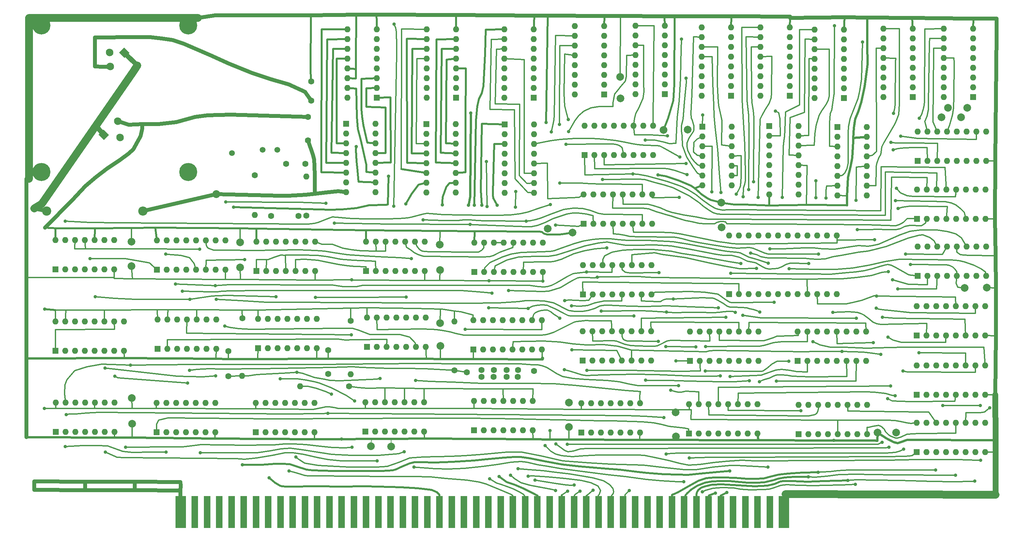
<source format=gbl>
G04 #@! TF.GenerationSoftware,KiCad,Pcbnew,8.0.6*
G04 #@! TF.CreationDate,2025-02-23T10:59:59+00:00*
G04 #@! TF.ProjectId,Northstart Floating point,4e6f7274-6873-4746-9172-7420466c6f61,rev?*
G04 #@! TF.SameCoordinates,Original*
G04 #@! TF.FileFunction,Copper,L2,Bot*
G04 #@! TF.FilePolarity,Positive*
%FSLAX46Y46*%
G04 Gerber Fmt 4.6, Leading zero omitted, Abs format (unit mm)*
G04 Created by KiCad (PCBNEW 8.0.6) date 2025-02-23 10:59:59*
%MOMM*%
%LPD*%
G01*
G04 APERTURE LIST*
G04 Aperture macros list*
%AMHorizOval*
0 Thick line with rounded ends*
0 $1 width*
0 $2 $3 position (X,Y) of the first rounded end (center of the circle)*
0 $4 $5 position (X,Y) of the second rounded end (center of the circle)*
0 Add line between two ends*
20,1,$1,$2,$3,$4,$5,0*
0 Add two circle primitives to create the rounded ends*
1,1,$1,$2,$3*
1,1,$1,$4,$5*%
%AMRotRect*
0 Rectangle, with rotation*
0 The origin of the aperture is its center*
0 $1 length*
0 $2 width*
0 $3 Rotation angle, in degrees counterclockwise*
0 Add horizontal line*
21,1,$1,$2,0,0,$3*%
G04 Aperture macros list end*
G04 #@! TA.AperFunction,ComponentPad*
%ADD10C,2.000000*%
G04 #@! TD*
G04 #@! TA.AperFunction,ComponentPad*
%ADD11R,1.600000X1.600000*%
G04 #@! TD*
G04 #@! TA.AperFunction,ComponentPad*
%ADD12O,1.600000X1.600000*%
G04 #@! TD*
G04 #@! TA.AperFunction,ComponentPad*
%ADD13C,2.400000*%
G04 #@! TD*
G04 #@! TA.AperFunction,ComponentPad*
%ADD14O,2.400000X2.400000*%
G04 #@! TD*
G04 #@! TA.AperFunction,ComponentPad*
%ADD15C,1.600000*%
G04 #@! TD*
G04 #@! TA.AperFunction,ConnectorPad*
%ADD16R,2.794000X8.382000*%
G04 #@! TD*
G04 #@! TA.AperFunction,ConnectorPad*
%ADD17R,1.778000X8.382000*%
G04 #@! TD*
G04 #@! TA.AperFunction,ComponentPad*
%ADD18RotRect,1.905000X2.000000X225.000000*%
G04 #@! TD*
G04 #@! TA.AperFunction,ComponentPad*
%ADD19HorizOval,1.905000X-0.033588X0.033588X0.033588X-0.033588X0*%
G04 #@! TD*
G04 #@! TA.AperFunction,ComponentPad*
%ADD20C,1.500000*%
G04 #@! TD*
G04 #@! TA.AperFunction,ComponentPad*
%ADD21RotRect,1.905000X2.000000X45.000000*%
G04 #@! TD*
G04 #@! TA.AperFunction,ViaPad*
%ADD22C,0.889000*%
G04 #@! TD*
G04 #@! TA.AperFunction,ViaPad*
%ADD23C,1.500000*%
G04 #@! TD*
G04 #@! TA.AperFunction,ViaPad*
%ADD24C,1.600000*%
G04 #@! TD*
G04 #@! TA.AperFunction,ViaPad*
%ADD25C,2.000000*%
G04 #@! TD*
G04 #@! TA.AperFunction,ViaPad*
%ADD26C,4.700000*%
G04 #@! TD*
G04 #@! TA.AperFunction,ViaPad*
%ADD27C,2.032000*%
G04 #@! TD*
G04 #@! TA.AperFunction,Conductor*
%ADD28C,0.508000*%
G04 #@! TD*
G04 #@! TA.AperFunction,Conductor*
%ADD29C,0.370000*%
G04 #@! TD*
G04 #@! TA.AperFunction,Conductor*
%ADD30C,1.016000*%
G04 #@! TD*
G04 #@! TA.AperFunction,Conductor*
%ADD31C,0.609600*%
G04 #@! TD*
G04 #@! TA.AperFunction,Conductor*
%ADD32C,2.032000*%
G04 #@! TD*
G04 #@! TA.AperFunction,Conductor*
%ADD33C,1.300000*%
G04 #@! TD*
G04 #@! TA.AperFunction,Conductor*
%ADD34C,0.203200*%
G04 #@! TD*
G04 #@! TA.AperFunction,Conductor*
%ADD35C,1.524000*%
G04 #@! TD*
G04 APERTURE END LIST*
D10*
X246790000Y-132120000D03*
X241960000Y-132140000D03*
D11*
X28620000Y-132000000D03*
D12*
X31160000Y-132000000D03*
X33700000Y-132000000D03*
X36240000Y-132000000D03*
X38780000Y-132000000D03*
X41320000Y-132000000D03*
X43860000Y-132000000D03*
X43860000Y-124380000D03*
X41320000Y-124380000D03*
X38780000Y-124380000D03*
X36240000Y-124380000D03*
X33700000Y-124380000D03*
X31160000Y-124380000D03*
X28620000Y-124380000D03*
D11*
X109040000Y-131900000D03*
D12*
X111580000Y-131900000D03*
X114120000Y-131900000D03*
X116660000Y-131900000D03*
X119200000Y-131900000D03*
X121740000Y-131900000D03*
X124280000Y-131900000D03*
X124280000Y-124280000D03*
X121740000Y-124280000D03*
X119200000Y-124280000D03*
X116660000Y-124280000D03*
X114120000Y-124280000D03*
X111580000Y-124280000D03*
X109040000Y-124280000D03*
D10*
X128430000Y-103710000D03*
X128450000Y-109600000D03*
D11*
X28550000Y-89720000D03*
D12*
X31090000Y-89720000D03*
X33630000Y-89720000D03*
X36170000Y-89720000D03*
X38710000Y-89720000D03*
X41250000Y-89720000D03*
X43790000Y-89720000D03*
X43790000Y-82100000D03*
X41250000Y-82100000D03*
X38710000Y-82100000D03*
X36170000Y-82100000D03*
X33630000Y-82100000D03*
X31090000Y-82100000D03*
X28550000Y-82100000D03*
D11*
X165040000Y-132160000D03*
D12*
X167580000Y-132160000D03*
X170120000Y-132160000D03*
X172660000Y-132160000D03*
X175200000Y-132160000D03*
X177740000Y-132160000D03*
X180280000Y-132160000D03*
X180280000Y-124540000D03*
X177740000Y-124540000D03*
X175200000Y-124540000D03*
X172660000Y-124540000D03*
X170120000Y-124540000D03*
X167580000Y-124540000D03*
X165040000Y-124540000D03*
D10*
X201460000Y-78792500D03*
X201420000Y-72422500D03*
D11*
X251060000Y-44950000D03*
D12*
X251060000Y-42410000D03*
X251060000Y-39870000D03*
X251060000Y-37330000D03*
X251060000Y-34790000D03*
X251060000Y-32250000D03*
X251060000Y-29710000D03*
X251060000Y-27170000D03*
X243440000Y-27170000D03*
X243440000Y-29710000D03*
X243440000Y-32250000D03*
X243440000Y-34790000D03*
X243440000Y-37330000D03*
X243440000Y-39870000D03*
X243440000Y-42410000D03*
X243440000Y-44950000D03*
D10*
X192675000Y-53440000D03*
X186355000Y-53510000D03*
D11*
X132580000Y-45110000D03*
D12*
X132580000Y-42570000D03*
X132580000Y-40030000D03*
X132580000Y-37490000D03*
X132580000Y-34950000D03*
X132580000Y-32410000D03*
X132580000Y-29870000D03*
X132580000Y-27330000D03*
X124960000Y-27330000D03*
X124960000Y-29870000D03*
X124960000Y-32410000D03*
X124960000Y-34950000D03*
X124960000Y-37490000D03*
X124960000Y-40030000D03*
X124960000Y-42570000D03*
X124960000Y-45110000D03*
D11*
X111990000Y-45125000D03*
D12*
X111990000Y-42585000D03*
X111990000Y-40045000D03*
X111990000Y-37505000D03*
X111990000Y-34965000D03*
X111990000Y-32425000D03*
X111990000Y-29885000D03*
X111990000Y-27345000D03*
X104370000Y-27345000D03*
X104370000Y-29885000D03*
X104370000Y-32425000D03*
X104370000Y-34965000D03*
X104370000Y-37505000D03*
X104370000Y-40045000D03*
X104370000Y-42585000D03*
X104370000Y-45125000D03*
D13*
X26250000Y-74610000D03*
D14*
X51250000Y-74610000D03*
D11*
X252090000Y-106910000D03*
D12*
X254630000Y-106910000D03*
X257170000Y-106910000D03*
X259710000Y-106910000D03*
X262250000Y-106910000D03*
X264790000Y-106910000D03*
X267330000Y-106910000D03*
X269870000Y-106910000D03*
X269870000Y-99290000D03*
X267330000Y-99290000D03*
X264790000Y-99290000D03*
X262250000Y-99290000D03*
X259710000Y-99290000D03*
X257170000Y-99290000D03*
X254630000Y-99290000D03*
X252090000Y-99290000D03*
D11*
X233210000Y-45200000D03*
D12*
X233210000Y-42660000D03*
X233210000Y-40120000D03*
X233210000Y-37580000D03*
X233210000Y-35040000D03*
X233210000Y-32500000D03*
X233210000Y-29960000D03*
X233210000Y-27420000D03*
X225590000Y-27420000D03*
X225590000Y-29960000D03*
X225590000Y-32500000D03*
X225590000Y-35040000D03*
X225590000Y-37580000D03*
X225590000Y-40120000D03*
X225590000Y-42660000D03*
X225590000Y-45200000D03*
D15*
X77060000Y-102460000D03*
D12*
X77040000Y-117390000D03*
D15*
X132090000Y-116010000D03*
D12*
X132090000Y-103310000D03*
D11*
X28605000Y-110870000D03*
D12*
X31145000Y-110870000D03*
X33685000Y-110870000D03*
X36225000Y-110870000D03*
X38765000Y-110870000D03*
X41305000Y-110870000D03*
X43845000Y-110870000D03*
X46385000Y-110870000D03*
X46385000Y-103250000D03*
X43845000Y-103250000D03*
X41305000Y-103250000D03*
X38765000Y-103250000D03*
X36225000Y-103250000D03*
X33685000Y-103250000D03*
X31145000Y-103250000D03*
X28605000Y-103250000D03*
D15*
X105180000Y-103130000D03*
D12*
X105210000Y-117020000D03*
D11*
X137070000Y-110600000D03*
D12*
X139610000Y-110600000D03*
X142150000Y-110600000D03*
X144690000Y-110600000D03*
X147230000Y-110600000D03*
X149770000Y-110600000D03*
X152310000Y-110600000D03*
X154850000Y-110600000D03*
X154850000Y-102980000D03*
X152310000Y-102980000D03*
X149770000Y-102980000D03*
X147230000Y-102980000D03*
X144690000Y-102980000D03*
X142150000Y-102980000D03*
X139610000Y-102980000D03*
X137070000Y-102980000D03*
D11*
X193295000Y-113570000D03*
D12*
X195835000Y-113570000D03*
X198375000Y-113570000D03*
X200915000Y-113570000D03*
X203455000Y-113570000D03*
X205995000Y-113570000D03*
X208535000Y-113570000D03*
X211075000Y-113570000D03*
X211075000Y-105950000D03*
X208535000Y-105950000D03*
X205995000Y-105950000D03*
X203455000Y-105950000D03*
X200915000Y-105950000D03*
X198375000Y-105950000D03*
X195835000Y-105950000D03*
X193295000Y-105950000D03*
D15*
X104770000Y-120110000D03*
D12*
X92070000Y-120110000D03*
D10*
X76490000Y-82710000D03*
X76540000Y-89200000D03*
X175210000Y-45330000D03*
X175170000Y-39710000D03*
X128340000Y-83300000D03*
X128390000Y-89890000D03*
D11*
X165450000Y-96240000D03*
D12*
X167990000Y-96240000D03*
X170530000Y-96240000D03*
X173070000Y-96240000D03*
X175610000Y-96240000D03*
X178150000Y-96240000D03*
X180690000Y-96240000D03*
X183230000Y-96240000D03*
X183230000Y-88620000D03*
X180690000Y-88620000D03*
X178150000Y-88620000D03*
X175610000Y-88620000D03*
X173070000Y-88620000D03*
X170530000Y-88620000D03*
X167990000Y-88620000D03*
X165450000Y-88620000D03*
D10*
X258550000Y-50230000D03*
X263620000Y-50180000D03*
X162785000Y-80197500D03*
X156325000Y-79127500D03*
X48340000Y-82520000D03*
X48340000Y-88900000D03*
D11*
X252360000Y-61540000D03*
D12*
X254900000Y-61540000D03*
X257440000Y-61540000D03*
X259980000Y-61540000D03*
X262520000Y-61540000D03*
X265060000Y-61540000D03*
X267600000Y-61540000D03*
X270140000Y-61540000D03*
X270140000Y-53920000D03*
X267600000Y-53920000D03*
X265060000Y-53920000D03*
X262520000Y-53920000D03*
X259980000Y-53920000D03*
X257440000Y-53920000D03*
X254900000Y-53920000D03*
X252360000Y-53920000D03*
D11*
X165650000Y-77910000D03*
D12*
X168190000Y-77910000D03*
X170730000Y-77910000D03*
X173270000Y-77910000D03*
X175810000Y-77910000D03*
X178350000Y-77910000D03*
X180890000Y-77910000D03*
X183430000Y-77910000D03*
X183430000Y-70290000D03*
X180890000Y-70290000D03*
X178350000Y-70290000D03*
X175810000Y-70290000D03*
X173270000Y-70290000D03*
X170730000Y-70290000D03*
X168190000Y-70290000D03*
X165650000Y-70290000D03*
D10*
X264520000Y-94530000D03*
X270270000Y-94490000D03*
X161850000Y-124350000D03*
X161870000Y-130730000D03*
D11*
X252100000Y-137260000D03*
D12*
X254640000Y-137260000D03*
X257180000Y-137260000D03*
X259720000Y-137260000D03*
X262260000Y-137260000D03*
X264800000Y-137260000D03*
X267340000Y-137260000D03*
X269880000Y-137260000D03*
X269880000Y-129640000D03*
X267340000Y-129640000D03*
X264800000Y-129640000D03*
X262260000Y-129640000D03*
X259720000Y-129640000D03*
X257180000Y-129640000D03*
X254640000Y-129640000D03*
X252100000Y-129640000D03*
D11*
X221490000Y-132590000D03*
D12*
X224030000Y-132590000D03*
X226570000Y-132590000D03*
X229110000Y-132590000D03*
X231650000Y-132590000D03*
X234190000Y-132590000D03*
X236730000Y-132590000D03*
X239270000Y-132590000D03*
X239270000Y-124970000D03*
X236730000Y-124970000D03*
X234190000Y-124970000D03*
X231650000Y-124970000D03*
X229110000Y-124970000D03*
X226570000Y-124970000D03*
X224030000Y-124970000D03*
X221490000Y-124970000D03*
D11*
X137315000Y-90380000D03*
D12*
X139855000Y-90380000D03*
X142395000Y-90380000D03*
X144935000Y-90380000D03*
X147475000Y-90380000D03*
X150015000Y-90380000D03*
X152555000Y-90380000D03*
X155095000Y-90380000D03*
X155095000Y-82760000D03*
X152555000Y-82760000D03*
X150015000Y-82760000D03*
X147475000Y-82760000D03*
X144935000Y-82760000D03*
X142395000Y-82760000D03*
X139855000Y-82760000D03*
X137315000Y-82760000D03*
D11*
X109430000Y-109880000D03*
D12*
X111970000Y-109880000D03*
X114510000Y-109880000D03*
X117050000Y-109880000D03*
X119590000Y-109880000D03*
X122130000Y-109880000D03*
X124670000Y-109880000D03*
X124670000Y-102260000D03*
X122130000Y-102260000D03*
X119590000Y-102260000D03*
X117050000Y-102260000D03*
X114510000Y-102260000D03*
X111970000Y-102260000D03*
X109430000Y-102260000D03*
D11*
X266770000Y-44950000D03*
D12*
X266770000Y-42410000D03*
X266770000Y-39870000D03*
X266770000Y-37330000D03*
X266770000Y-34790000D03*
X266770000Y-32250000D03*
X266770000Y-29710000D03*
X266770000Y-27170000D03*
X259150000Y-27170000D03*
X259150000Y-29710000D03*
X259150000Y-32250000D03*
X259150000Y-34790000D03*
X259150000Y-37330000D03*
X259150000Y-39870000D03*
X259150000Y-42410000D03*
X259150000Y-44950000D03*
D10*
X189550000Y-126920000D03*
X189610000Y-133210000D03*
D11*
X165430000Y-113480000D03*
D12*
X167970000Y-113480000D03*
X170510000Y-113480000D03*
X173050000Y-113480000D03*
X175590000Y-113480000D03*
X178130000Y-113480000D03*
X180670000Y-113480000D03*
X183210000Y-113480000D03*
X183210000Y-105860000D03*
X180670000Y-105860000D03*
X178130000Y-105860000D03*
X175590000Y-105860000D03*
X173050000Y-105860000D03*
X170510000Y-105860000D03*
X167970000Y-105860000D03*
X165430000Y-105860000D03*
D11*
X196500000Y-52625000D03*
D12*
X196500000Y-55165000D03*
X196500000Y-57705000D03*
X196500000Y-60245000D03*
X196500000Y-62785000D03*
X196500000Y-65325000D03*
X196500000Y-67865000D03*
X204120000Y-67865000D03*
X204120000Y-65325000D03*
X204120000Y-62785000D03*
X204120000Y-60245000D03*
X204120000Y-57705000D03*
X204120000Y-55165000D03*
X204120000Y-52625000D03*
D15*
X99325000Y-116900000D03*
X99325000Y-110760000D03*
X93680000Y-75740000D03*
D12*
X93690000Y-65630000D03*
D11*
X124810000Y-51950000D03*
D12*
X124810000Y-54490000D03*
X124810000Y-57030000D03*
X124810000Y-59570000D03*
X124810000Y-62110000D03*
X124810000Y-64650000D03*
X124810000Y-67190000D03*
X124810000Y-69730000D03*
X132430000Y-69730000D03*
X132430000Y-67190000D03*
X132430000Y-64650000D03*
X132430000Y-62110000D03*
X132430000Y-59570000D03*
X132430000Y-57030000D03*
X132430000Y-54490000D03*
X132430000Y-51950000D03*
D15*
X94080000Y-50150000D03*
X94070000Y-56250000D03*
D11*
X203910000Y-44585000D03*
D12*
X203910000Y-42045000D03*
X203910000Y-39505000D03*
X203910000Y-36965000D03*
X203910000Y-34425000D03*
X203910000Y-31885000D03*
X203910000Y-29345000D03*
X203910000Y-26805000D03*
X196290000Y-26805000D03*
X196290000Y-29345000D03*
X196290000Y-31885000D03*
X196290000Y-34425000D03*
X196290000Y-36965000D03*
X196290000Y-39505000D03*
X196290000Y-42045000D03*
X196290000Y-44585000D03*
D11*
X193015000Y-132370000D03*
D12*
X195555000Y-132370000D03*
X198095000Y-132370000D03*
X200635000Y-132370000D03*
X203175000Y-132370000D03*
X205715000Y-132370000D03*
X208255000Y-132370000D03*
X210795000Y-132370000D03*
X210795000Y-124750000D03*
X208255000Y-124750000D03*
X205715000Y-124750000D03*
X203175000Y-124750000D03*
X200635000Y-124750000D03*
X198095000Y-124750000D03*
X195555000Y-124750000D03*
X193015000Y-124750000D03*
D11*
X80545000Y-132050000D03*
D12*
X83085000Y-132050000D03*
X85625000Y-132050000D03*
X88165000Y-132050000D03*
X90705000Y-132050000D03*
X93245000Y-132050000D03*
X95785000Y-132050000D03*
X95785000Y-124430000D03*
X93245000Y-124430000D03*
X90705000Y-124430000D03*
X88165000Y-124430000D03*
X85625000Y-124430000D03*
X83085000Y-124430000D03*
X80545000Y-124430000D03*
D10*
X48420000Y-123200000D03*
X48460000Y-129840000D03*
D11*
X252200000Y-76630000D03*
D12*
X254740000Y-76630000D03*
X257280000Y-76630000D03*
X259820000Y-76630000D03*
X262360000Y-76630000D03*
X264900000Y-76630000D03*
X267440000Y-76630000D03*
X269980000Y-76630000D03*
X269980000Y-69010000D03*
X267440000Y-69010000D03*
X264900000Y-69010000D03*
X262360000Y-69010000D03*
X259820000Y-69010000D03*
X257280000Y-69010000D03*
X254740000Y-69010000D03*
X252200000Y-69010000D03*
D15*
X94980000Y-45920000D03*
X94980000Y-40920000D03*
D16*
X61050000Y-152810000D03*
D17*
X64733000Y-152810000D03*
X67908000Y-152810000D03*
X71083000Y-152810000D03*
X74258000Y-152810000D03*
X77433000Y-152810000D03*
X80608000Y-152810000D03*
X83783000Y-152810000D03*
X86958000Y-152810000D03*
X90133000Y-152810000D03*
X93308000Y-152810000D03*
X96483000Y-152810000D03*
X99658000Y-152810000D03*
X102833000Y-152810000D03*
X106008000Y-152810000D03*
X109183000Y-152810000D03*
X112358000Y-152810000D03*
X115533000Y-152810000D03*
X118708000Y-152810000D03*
X121883000Y-152810000D03*
X125058000Y-152810000D03*
X128233000Y-152810000D03*
X131408000Y-152810000D03*
X134583000Y-152810000D03*
X137758000Y-152810000D03*
X140933000Y-152810000D03*
X144108000Y-152810000D03*
X147283000Y-152810000D03*
X150458000Y-152810000D03*
X153633000Y-152810000D03*
X156808000Y-152810000D03*
X159983000Y-152810000D03*
X163158000Y-152810000D03*
X166333000Y-152810000D03*
X169508000Y-152810000D03*
X172683000Y-152810000D03*
X175858000Y-152810000D03*
X179033000Y-152810000D03*
X182208000Y-152810000D03*
X185383000Y-152810000D03*
X188558000Y-152810000D03*
X191733000Y-152810000D03*
X194908000Y-152810000D03*
X198083000Y-152810000D03*
X201258000Y-152810000D03*
X204433000Y-152810000D03*
X207608000Y-152810000D03*
X210783000Y-152810000D03*
X213958000Y-152810000D03*
D16*
X217641000Y-152810000D03*
D11*
X81180000Y-110270000D03*
D12*
X83720000Y-110270000D03*
X86260000Y-110270000D03*
X88800000Y-110270000D03*
X91340000Y-110270000D03*
X93880000Y-110270000D03*
X96420000Y-110270000D03*
X96420000Y-102650000D03*
X93880000Y-102650000D03*
X91340000Y-102650000D03*
X88800000Y-102650000D03*
X86260000Y-102650000D03*
X83720000Y-102650000D03*
X81180000Y-102650000D03*
D11*
X186710000Y-44205000D03*
D12*
X186710000Y-41665000D03*
X186710000Y-39125000D03*
X186710000Y-36585000D03*
X186710000Y-34045000D03*
X186710000Y-31505000D03*
X186710000Y-28965000D03*
X186710000Y-26425000D03*
X179090000Y-26425000D03*
X179090000Y-28965000D03*
X179090000Y-31505000D03*
X179090000Y-34045000D03*
X179090000Y-36585000D03*
X179090000Y-39125000D03*
X179090000Y-41665000D03*
X179090000Y-44205000D03*
D11*
X252075000Y-122340000D03*
D12*
X254615000Y-122340000D03*
X257155000Y-122340000D03*
X259695000Y-122340000D03*
X262235000Y-122340000D03*
X264775000Y-122340000D03*
X267315000Y-122340000D03*
X269855000Y-122340000D03*
X269855000Y-114720000D03*
X267315000Y-114720000D03*
X264775000Y-114720000D03*
X262235000Y-114720000D03*
X259695000Y-114720000D03*
X257155000Y-114720000D03*
X254615000Y-114720000D03*
X252075000Y-114720000D03*
D10*
X260220000Y-47775000D03*
X265240000Y-47765000D03*
D11*
X109195000Y-90200000D03*
D12*
X111735000Y-90200000D03*
X114275000Y-90200000D03*
X116815000Y-90200000D03*
X119355000Y-90200000D03*
X121895000Y-90200000D03*
X124435000Y-90200000D03*
X124435000Y-82580000D03*
X121895000Y-82580000D03*
X119355000Y-82580000D03*
X116815000Y-82580000D03*
X114275000Y-82580000D03*
X111735000Y-82580000D03*
X109195000Y-82580000D03*
D11*
X145130000Y-52060000D03*
D12*
X145130000Y-54600000D03*
X145130000Y-57140000D03*
X145130000Y-59680000D03*
X145130000Y-62220000D03*
X145130000Y-64760000D03*
X145130000Y-67300000D03*
X145130000Y-69840000D03*
X152750000Y-69840000D03*
X152750000Y-67300000D03*
X152750000Y-64760000D03*
X152750000Y-62220000D03*
X152750000Y-59680000D03*
X152750000Y-57140000D03*
X152750000Y-54600000D03*
X152750000Y-52060000D03*
D11*
X54830000Y-132110000D03*
D12*
X57370000Y-132110000D03*
X59910000Y-132110000D03*
X62450000Y-132110000D03*
X64990000Y-132110000D03*
X67530000Y-132110000D03*
X70070000Y-132110000D03*
X70070000Y-124490000D03*
X67530000Y-124490000D03*
X64990000Y-124490000D03*
X62450000Y-124490000D03*
X59910000Y-124490000D03*
X57370000Y-124490000D03*
X54830000Y-124490000D03*
D11*
X171000000Y-44250000D03*
D12*
X171000000Y-41710000D03*
X171000000Y-39170000D03*
X171000000Y-36630000D03*
X171000000Y-34090000D03*
X171000000Y-31550000D03*
X171000000Y-29010000D03*
X171000000Y-26470000D03*
X163380000Y-26470000D03*
X163380000Y-29010000D03*
X163380000Y-31550000D03*
X163380000Y-34090000D03*
X163380000Y-36630000D03*
X163380000Y-39170000D03*
X163380000Y-41710000D03*
X163380000Y-44250000D03*
D11*
X219180000Y-44585000D03*
D12*
X219180000Y-42045000D03*
X219180000Y-39505000D03*
X219180000Y-36965000D03*
X219180000Y-34425000D03*
X219180000Y-31885000D03*
X219180000Y-29345000D03*
X219180000Y-26805000D03*
X211560000Y-26805000D03*
X211560000Y-29345000D03*
X211560000Y-31885000D03*
X211560000Y-34425000D03*
X211560000Y-36965000D03*
X211560000Y-39505000D03*
X211560000Y-42045000D03*
X211560000Y-44585000D03*
D18*
X46407836Y-33435733D03*
D19*
X42638957Y-33343809D03*
X42815734Y-37027835D03*
D15*
X91660000Y-75820000D03*
X84520000Y-75820000D03*
D11*
X152730000Y-45160000D03*
D12*
X152730000Y-42620000D03*
X152730000Y-40080000D03*
X152730000Y-37540000D03*
X152730000Y-35000000D03*
X152730000Y-32460000D03*
X152730000Y-29920000D03*
X152730000Y-27380000D03*
X145110000Y-27380000D03*
X145110000Y-29920000D03*
X145110000Y-32460000D03*
X145110000Y-35000000D03*
X145110000Y-37540000D03*
X145110000Y-40080000D03*
X145110000Y-42620000D03*
X145110000Y-45160000D03*
D11*
X137195000Y-131560000D03*
D12*
X139735000Y-131560000D03*
X142275000Y-131560000D03*
X144815000Y-131560000D03*
X147355000Y-131560000D03*
X149895000Y-131560000D03*
X152435000Y-131560000D03*
X152435000Y-123940000D03*
X149895000Y-123940000D03*
X147355000Y-123940000D03*
X144815000Y-123940000D03*
X142275000Y-123940000D03*
X139735000Y-123940000D03*
X137195000Y-123940000D03*
D15*
X88470000Y-62310000D03*
X93470000Y-62310000D03*
D11*
X252360000Y-91400000D03*
D12*
X254900000Y-91400000D03*
X257440000Y-91400000D03*
X259980000Y-91400000D03*
X262520000Y-91400000D03*
X265060000Y-91400000D03*
X267600000Y-91400000D03*
X270140000Y-91400000D03*
X270140000Y-83780000D03*
X267600000Y-83780000D03*
X265060000Y-83780000D03*
X262520000Y-83780000D03*
X259980000Y-83780000D03*
X257440000Y-83780000D03*
X254900000Y-83780000D03*
X252360000Y-83780000D03*
D15*
X73430000Y-117500000D03*
X73470000Y-110970000D03*
D20*
X86170000Y-58690000D03*
X82370000Y-58690000D03*
D11*
X165910000Y-59980000D03*
D12*
X168450000Y-59980000D03*
X170990000Y-59980000D03*
X173530000Y-59980000D03*
X176070000Y-59980000D03*
X178610000Y-59980000D03*
X181150000Y-59980000D03*
X183690000Y-59980000D03*
X183690000Y-52360000D03*
X181150000Y-52360000D03*
X178610000Y-52360000D03*
X176070000Y-52360000D03*
X173530000Y-52360000D03*
X170990000Y-52360000D03*
X168450000Y-52360000D03*
X165910000Y-52360000D03*
D11*
X231550000Y-52745000D03*
D12*
X231550000Y-55285000D03*
X231550000Y-57825000D03*
X231550000Y-60365000D03*
X231550000Y-62905000D03*
X231550000Y-65445000D03*
X231550000Y-67985000D03*
X231550000Y-70525000D03*
X239170000Y-70525000D03*
X239170000Y-67985000D03*
X239170000Y-65445000D03*
X239170000Y-62905000D03*
X239170000Y-60365000D03*
X239170000Y-57825000D03*
X239170000Y-55285000D03*
X239170000Y-52745000D03*
D15*
X80340000Y-65295000D03*
D12*
X80290000Y-75565000D03*
D11*
X55060000Y-110360000D03*
D12*
X57600000Y-110360000D03*
X60140000Y-110360000D03*
X62680000Y-110360000D03*
X65220000Y-110360000D03*
X67760000Y-110360000D03*
X70300000Y-110360000D03*
X70300000Y-102740000D03*
X67760000Y-102740000D03*
X65220000Y-102740000D03*
X62680000Y-102740000D03*
X60140000Y-102740000D03*
X57600000Y-102740000D03*
X55060000Y-102740000D03*
D11*
X104020000Y-51890000D03*
D12*
X104020000Y-54430000D03*
X104020000Y-56970000D03*
X104020000Y-59510000D03*
X104020000Y-62050000D03*
X104020000Y-64590000D03*
X104020000Y-67130000D03*
X104020000Y-69670000D03*
X111640000Y-69670000D03*
X111640000Y-67130000D03*
X111640000Y-64590000D03*
X111640000Y-62050000D03*
X111640000Y-59510000D03*
X111640000Y-56970000D03*
X111640000Y-54430000D03*
X111640000Y-51890000D03*
D11*
X54950000Y-89820000D03*
D12*
X57490000Y-89820000D03*
X60030000Y-89820000D03*
X62570000Y-89820000D03*
X65110000Y-89820000D03*
X67650000Y-89820000D03*
X70190000Y-89820000D03*
X72730000Y-89820000D03*
X72730000Y-82200000D03*
X70190000Y-82200000D03*
X67650000Y-82200000D03*
X65110000Y-82200000D03*
X62570000Y-82200000D03*
X60030000Y-82200000D03*
X57490000Y-82200000D03*
X54950000Y-82200000D03*
D21*
X41138415Y-54780517D03*
D19*
X45381056Y-55431055D03*
X44730517Y-51188415D03*
D11*
X80735000Y-90200000D03*
D12*
X83275000Y-90200000D03*
X85815000Y-90200000D03*
X88355000Y-90200000D03*
X90895000Y-90200000D03*
X93435000Y-90200000D03*
X95975000Y-90200000D03*
X95975000Y-82580000D03*
X93435000Y-82580000D03*
X90895000Y-82580000D03*
X88355000Y-82580000D03*
X85815000Y-82580000D03*
X83275000Y-82580000D03*
X80735000Y-82580000D03*
D11*
X203435000Y-96185000D03*
D12*
X205975000Y-96185000D03*
X208515000Y-96185000D03*
X211055000Y-96185000D03*
X213595000Y-96185000D03*
X216135000Y-96185000D03*
X218675000Y-96185000D03*
X221215000Y-96185000D03*
X223755000Y-96185000D03*
X226295000Y-96185000D03*
X228835000Y-96185000D03*
X231375000Y-96185000D03*
X231375000Y-80945000D03*
X228835000Y-80945000D03*
X226295000Y-80945000D03*
X223755000Y-80945000D03*
X221215000Y-80945000D03*
X218675000Y-80945000D03*
X216135000Y-80945000D03*
X213595000Y-80945000D03*
X211055000Y-80945000D03*
X208515000Y-80945000D03*
X205975000Y-80945000D03*
X203435000Y-80945000D03*
D11*
X221190000Y-113510000D03*
D12*
X223730000Y-113510000D03*
X226270000Y-113510000D03*
X228810000Y-113510000D03*
X231350000Y-113510000D03*
X233890000Y-113510000D03*
X236430000Y-113510000D03*
X238970000Y-113510000D03*
X238970000Y-105890000D03*
X236430000Y-105890000D03*
X233890000Y-105890000D03*
X231350000Y-105890000D03*
X228810000Y-105890000D03*
X226270000Y-105890000D03*
X223730000Y-105890000D03*
X221190000Y-105890000D03*
D11*
X213840000Y-52445000D03*
D12*
X213840000Y-54985000D03*
X213840000Y-57525000D03*
X213840000Y-60065000D03*
X213840000Y-62605000D03*
X213840000Y-65145000D03*
X213840000Y-67685000D03*
X213840000Y-70225000D03*
X221460000Y-70225000D03*
X221460000Y-67685000D03*
X221460000Y-65145000D03*
X221460000Y-62605000D03*
X221460000Y-60065000D03*
X221460000Y-57525000D03*
X221460000Y-54985000D03*
X221460000Y-52445000D03*
D22*
X77050000Y-140550000D03*
X203560000Y-142160000D03*
X186950000Y-109780000D03*
X31390000Y-127490000D03*
X186470000Y-128290000D03*
X194750000Y-109900000D03*
X99240000Y-127200000D03*
X112840000Y-118130000D03*
X91220000Y-116470000D03*
X119590000Y-96960000D03*
X96070000Y-96990000D03*
X106220000Y-123930000D03*
X86950000Y-118200000D03*
X177500000Y-147240000D03*
X161540000Y-147410000D03*
X164740000Y-147400000D03*
X122060000Y-118620000D03*
X168090000Y-147170000D03*
X210920000Y-71020000D03*
X70030000Y-93970000D03*
X249220000Y-85760000D03*
X59710000Y-93560000D03*
X166390000Y-90410000D03*
X205280000Y-70190000D03*
X192270000Y-40010000D03*
X246110000Y-49160000D03*
X196540000Y-49570000D03*
X238020000Y-30660000D03*
X190670000Y-60540000D03*
X140400000Y-61690000D03*
X224050000Y-88210000D03*
X140600000Y-73380000D03*
X157020000Y-72870000D03*
X31080000Y-77190000D03*
X157290000Y-54050000D03*
X25830000Y-78940000D03*
X25790000Y-100080000D03*
X162615611Y-110660000D03*
X25690000Y-125880000D03*
X250530000Y-88450000D03*
X162510000Y-99230000D03*
X128990000Y-72960000D03*
X201260000Y-69750000D03*
X190320000Y-120000000D03*
X48030000Y-114670000D03*
X189630000Y-113570000D03*
X137310000Y-73020000D03*
X115020000Y-65520000D03*
X74810000Y-73540000D03*
X147980000Y-73570000D03*
X148050000Y-69470000D03*
X143200000Y-73020000D03*
X139270000Y-73090000D03*
X252800000Y-50490000D03*
X210490000Y-89510000D03*
X66030000Y-84450000D03*
X63460000Y-97520000D03*
X38890000Y-96830000D03*
X85850000Y-96860000D03*
X215080000Y-98300000D03*
X143750000Y-143580000D03*
X151300000Y-143510000D03*
X236420000Y-102470000D03*
X206990000Y-101640000D03*
X197330000Y-109790000D03*
X202580000Y-102220000D03*
X166490000Y-116010000D03*
X206500000Y-88230000D03*
X217250000Y-71020000D03*
X84060000Y-143950000D03*
X153020000Y-144550000D03*
X163160000Y-145820000D03*
X213520000Y-141090000D03*
X90990000Y-138470000D03*
X148660000Y-141550000D03*
X146710000Y-143220000D03*
X158390000Y-147270000D03*
X214010000Y-84380000D03*
X141260000Y-144160000D03*
X160700000Y-97880000D03*
X161080000Y-57220000D03*
X201090000Y-117440000D03*
X161760000Y-53930000D03*
X160680000Y-115780000D03*
X211350000Y-100840000D03*
X188960000Y-97440000D03*
X191090000Y-29890000D03*
X181780000Y-118510000D03*
X181670000Y-56160000D03*
X208700000Y-118730000D03*
X187130000Y-100790000D03*
X170220000Y-100570000D03*
X204990000Y-100900000D03*
X187440000Y-55050000D03*
X37520000Y-86940000D03*
X98800000Y-72510000D03*
X72740000Y-72210000D03*
X236320000Y-71830000D03*
X236690000Y-79430000D03*
X245980000Y-58650000D03*
X192490000Y-65070000D03*
X228590000Y-71170000D03*
X230320000Y-100920000D03*
X77680000Y-87230000D03*
X203810000Y-90780000D03*
X136160000Y-78060000D03*
X245380000Y-56750000D03*
X100980000Y-77710000D03*
X192200000Y-62250000D03*
D23*
X74400000Y-59480000D03*
D22*
X120930000Y-86910000D03*
X208990000Y-85540000D03*
X72520000Y-104480000D03*
X105550000Y-135960000D03*
X46770000Y-135960000D03*
X41530000Y-137230000D03*
X112050000Y-139520000D03*
X219030000Y-89560000D03*
X159460000Y-102420000D03*
X161710000Y-50830000D03*
X248560000Y-116140000D03*
X161420000Y-135190000D03*
X243130000Y-134710000D03*
X159500000Y-67340000D03*
X158360000Y-78250000D03*
X244940000Y-135960000D03*
X159350000Y-52030000D03*
X158430000Y-135080000D03*
X116420000Y-26010000D03*
X116340000Y-73280000D03*
X119090000Y-137170000D03*
X66190000Y-137370000D03*
X31110000Y-135780000D03*
X57260000Y-137210000D03*
X70310000Y-97520000D03*
X200640000Y-99710000D03*
X119500000Y-72710000D03*
X106630000Y-57820000D03*
X225210000Y-108540000D03*
X225930000Y-66700000D03*
X225930000Y-71080000D03*
X190470000Y-71060000D03*
X136340000Y-49140000D03*
X215410000Y-48580000D03*
X135770000Y-73100000D03*
X134950000Y-105360000D03*
X89240000Y-142110000D03*
X246530000Y-122620000D03*
X247160000Y-94810000D03*
X258909624Y-125130000D03*
X268630000Y-125130000D03*
X271070000Y-125750000D03*
X245850000Y-92470000D03*
X245360000Y-120060000D03*
X61530000Y-95450000D03*
X141860000Y-95950000D03*
X36260000Y-145900000D03*
X61060000Y-145980000D03*
X23100000Y-73870000D03*
X49150000Y-145990000D03*
X105380000Y-106750000D03*
X215720000Y-118760000D03*
X199850000Y-147870000D03*
X203700000Y-117580000D03*
X223980000Y-143650000D03*
X262180000Y-143270000D03*
X211270000Y-118920000D03*
X202860000Y-147760000D03*
X218950000Y-113620000D03*
X197210000Y-116130000D03*
X267170000Y-144780000D03*
X234210000Y-144600000D03*
X196480000Y-147570000D03*
X236140000Y-145610000D03*
X121630000Y-141130000D03*
X191640000Y-144960000D03*
X226550000Y-142470000D03*
X257050000Y-141880000D03*
X178420000Y-64950000D03*
X178710000Y-101840000D03*
X151230000Y-99880000D03*
X241590000Y-99820000D03*
X141030000Y-99740000D03*
X247990000Y-55120000D03*
X241150000Y-82050000D03*
X170590000Y-66370000D03*
X232710000Y-111090000D03*
X246570000Y-71900000D03*
X243200000Y-102180000D03*
X242760000Y-111810000D03*
X244550000Y-123330000D03*
X169230000Y-91780000D03*
X247230000Y-73930000D03*
X244670000Y-107310000D03*
X244720000Y-90290000D03*
X146140000Y-95250000D03*
X241700000Y-96720000D03*
X226640000Y-85770000D03*
X246830000Y-68680000D03*
X171630000Y-84170000D03*
X222060000Y-126490000D03*
X268660000Y-139330000D03*
X155680000Y-135570000D03*
X124020000Y-76870000D03*
X150760000Y-77180000D03*
X193050000Y-138780000D03*
D24*
X135330000Y-116460000D03*
D22*
X57210000Y-85770000D03*
X63350000Y-115980000D03*
X252650000Y-111380000D03*
X198950000Y-69570000D03*
X188290000Y-121140000D03*
X187050000Y-137760000D03*
X248740000Y-136490000D03*
X208490000Y-69030000D03*
X207040000Y-70870000D03*
X213550000Y-88160000D03*
X209770000Y-66980000D03*
X230760000Y-26370000D03*
D24*
X145630000Y-117700000D03*
X145640000Y-115880000D03*
X142330000Y-115890000D03*
X142320000Y-117710000D03*
X139160000Y-115890000D03*
X139150000Y-117710000D03*
X148600000Y-115880000D03*
X148590000Y-117700000D03*
D25*
X110460000Y-135700000D03*
D26*
X63000000Y-64460000D03*
D22*
X230600000Y-134220000D03*
D26*
X63000000Y-26360000D03*
D22*
X185069690Y-108410000D03*
X240800000Y-108790000D03*
X105420000Y-92470000D03*
D27*
X70330000Y-70150000D03*
D24*
X152750000Y-116190000D03*
D22*
X185239089Y-90620000D03*
X184940000Y-65220000D03*
D25*
X115730000Y-135760000D03*
D22*
X154980000Y-112890000D03*
D26*
X24900000Y-64460000D03*
D22*
X155110000Y-92780000D03*
X155910000Y-51590000D03*
X102810000Y-133846311D03*
X156920000Y-131640000D03*
X141110000Y-92711596D03*
D26*
X24900000Y-26360000D03*
D22*
X100170000Y-122140000D03*
X62870000Y-119330000D03*
X44010000Y-117530000D03*
X70130000Y-117430000D03*
X41480000Y-115400000D03*
D28*
X200510000Y-142410000D02*
X195980000Y-142820000D01*
X95420000Y-142020000D02*
X93810000Y-141780000D01*
X149330000Y-138530000D02*
X147700000Y-138530000D01*
X121670000Y-139860000D02*
X120420000Y-140240000D01*
X155460000Y-139610000D02*
X151690000Y-138850000D01*
X116960000Y-141720000D02*
X116100000Y-141990000D01*
X137130000Y-139410000D02*
X131510000Y-139760000D01*
X140390000Y-139130000D02*
X137130000Y-139410000D01*
X195980000Y-142820000D02*
X192640000Y-143150000D01*
X120420000Y-140240000D02*
X118440000Y-141070000D01*
X116100000Y-141990000D02*
X113310000Y-142110000D01*
X85550000Y-140320000D02*
X82100000Y-140510000D01*
X164650000Y-140990000D02*
X160070000Y-140470000D01*
X123450000Y-139860000D02*
X121670000Y-139860000D01*
X179770000Y-142380000D02*
X175030000Y-141770000D01*
X89400000Y-140410000D02*
X87350000Y-140260000D01*
X144960000Y-138710000D02*
X140390000Y-139130000D01*
X192640000Y-143150000D02*
X190130000Y-143060000D01*
X182200000Y-142630000D02*
X179770000Y-142380000D01*
X203560000Y-142160000D02*
X200510000Y-142410000D01*
X190130000Y-143060000D02*
X186520000Y-142980000D01*
X147700000Y-138530000D02*
X144960000Y-138710000D01*
X175030000Y-141770000D02*
X171670000Y-141570000D01*
X93810000Y-141780000D02*
X91170000Y-140970000D01*
X127100000Y-139960000D02*
X123450000Y-139860000D01*
X186520000Y-142980000D02*
X182200000Y-142630000D01*
X100570000Y-142150000D02*
X95420000Y-142020000D01*
X109230000Y-142180000D02*
X100570000Y-142150000D01*
X82100000Y-140510000D02*
X77050000Y-140550000D01*
X91170000Y-140970000D02*
X89400000Y-140410000D01*
X131510000Y-139760000D02*
X127100000Y-139960000D01*
X171670000Y-141570000D02*
X164650000Y-140990000D01*
X87350000Y-140260000D02*
X85550000Y-140320000D01*
X113310000Y-142110000D02*
X109230000Y-142180000D01*
X160070000Y-140470000D02*
X155460000Y-139610000D01*
X151690000Y-138850000D02*
X149330000Y-138530000D01*
X118440000Y-141070000D02*
X116960000Y-141720000D01*
D29*
X176870000Y-127760000D02*
X181500000Y-127930000D01*
X97470000Y-127230000D02*
X99240000Y-127200000D01*
X185460000Y-128150000D02*
X186470000Y-128290000D01*
X88260000Y-127370000D02*
X39920000Y-126880000D01*
X181500000Y-127930000D02*
X185460000Y-128150000D01*
X186950000Y-109780000D02*
X194750000Y-109900000D01*
X39920000Y-126880000D02*
X36600000Y-127070000D01*
X32170000Y-127320000D02*
X31390000Y-127490000D01*
X99240000Y-127200000D02*
X176870000Y-127760000D01*
X97470000Y-127230000D02*
X88260000Y-127370000D01*
X36600000Y-127070000D02*
X33900000Y-127300000D01*
X33900000Y-127300000D02*
X32170000Y-127320000D01*
X99890000Y-118580000D02*
X102370000Y-118680000D01*
X111960000Y-118240000D02*
X112840000Y-118130000D01*
X88870000Y-116700000D02*
X80830000Y-117090000D01*
X106310000Y-118550000D02*
X111960000Y-118240000D01*
X92690000Y-116790000D02*
X95780000Y-117820000D01*
X73430000Y-117500000D02*
X77040000Y-117390000D01*
X98230000Y-118280000D02*
X99890000Y-118580000D01*
X91220000Y-116470000D02*
X88870000Y-116700000D01*
X102370000Y-118680000D02*
X106310000Y-118550000D01*
X80830000Y-117090000D02*
X78600000Y-117390000D01*
X95780000Y-117820000D02*
X98230000Y-118280000D01*
X91220000Y-116470000D02*
X92690000Y-116790000D01*
X78600000Y-117390000D02*
X77040000Y-117390000D01*
X119590000Y-96960000D02*
X105240000Y-97030000D01*
X105240000Y-97030000D02*
X96070000Y-96990000D01*
X97060000Y-119320000D02*
X100300000Y-120590000D01*
X100300000Y-120590000D02*
X104220000Y-122550000D01*
X104220000Y-122550000D02*
X106220000Y-123930000D01*
X95800000Y-118970000D02*
X93720000Y-118510000D01*
X87450000Y-118200000D02*
X86950000Y-118200000D01*
X91370000Y-118200000D02*
X87450000Y-118200000D01*
X93720000Y-118510000D02*
X91370000Y-118200000D01*
X97060000Y-119320000D02*
X95800000Y-118970000D01*
X224140000Y-34960000D02*
X225590000Y-35040000D01*
X224080000Y-54950000D02*
X224140000Y-34960000D01*
X221460000Y-54985000D02*
X224080000Y-54950000D01*
X177500000Y-147240000D02*
X176370000Y-148340000D01*
X176370000Y-148340000D02*
X175858000Y-152810000D01*
D28*
X159983000Y-152810000D02*
X160010000Y-148400000D01*
D29*
X161540000Y-147410000D02*
X160010000Y-148400000D01*
X163160000Y-148630000D02*
X163430000Y-148230000D01*
X163158000Y-152810000D02*
X163160000Y-148630000D01*
X163430000Y-148230000D02*
X164740000Y-147400000D01*
X139170000Y-119360000D02*
X131570000Y-119050000D01*
X176740000Y-121270000D02*
X163270000Y-119850000D01*
X180390000Y-121520000D02*
X176740000Y-121270000D01*
X163270000Y-119850000D02*
X157960000Y-119480000D01*
X180200000Y-122570000D02*
X180390000Y-121520000D01*
X125760000Y-118860000D02*
X122060000Y-118620000D01*
X151280000Y-119360000D02*
X139170000Y-119360000D01*
X180280000Y-124540000D02*
X180200000Y-122570000D01*
X157960000Y-119480000D02*
X151280000Y-119360000D01*
X131570000Y-119050000D02*
X125760000Y-118860000D01*
D28*
X166333000Y-152810000D02*
X166450000Y-148570000D01*
D29*
X168090000Y-147170000D02*
X166450000Y-148570000D01*
D28*
X115520000Y-45050000D02*
X111990000Y-45125000D01*
X115620000Y-61980000D02*
X115520000Y-45050000D01*
X115620000Y-61980000D02*
X111640000Y-62050000D01*
X132430000Y-62110000D02*
X127310000Y-62010000D01*
X127310000Y-62010000D02*
X127460000Y-29930000D01*
X127460000Y-29930000D02*
X132580000Y-29870000D01*
D29*
X214480000Y-34360000D02*
X214420000Y-43940000D01*
X211560000Y-34425000D02*
X214480000Y-34360000D01*
X214420000Y-43940000D02*
X214300000Y-45160000D01*
X211940000Y-49720000D02*
X211420000Y-50700000D01*
X213840000Y-46540000D02*
X212800000Y-48160000D01*
X214300000Y-45160000D02*
X213840000Y-46540000D01*
X212800000Y-48160000D02*
X211940000Y-49720000D01*
X211420000Y-50700000D02*
X210920000Y-71020000D01*
D28*
X132430000Y-57030000D02*
X129960000Y-56980000D01*
X130110000Y-35190000D02*
X132580000Y-34950000D01*
X129960000Y-56980000D02*
X130110000Y-35190000D01*
X107800000Y-56140000D02*
X107100000Y-53270000D01*
X111640000Y-64590000D02*
X109270000Y-64430000D01*
X107100000Y-53270000D02*
X106770000Y-50080000D01*
X109270000Y-64430000D02*
X109230000Y-62600000D01*
X106640000Y-42750000D02*
X104370000Y-42585000D01*
X109230000Y-62600000D02*
X107800000Y-56140000D01*
X106770000Y-50080000D02*
X106640000Y-42750000D01*
X132430000Y-59570000D02*
X128560000Y-59450000D01*
X128820000Y-32450000D02*
X132580000Y-32410000D01*
X128560000Y-59450000D02*
X128820000Y-32450000D01*
X109530000Y-56800000D02*
X111640000Y-56970000D01*
X108000000Y-40190000D02*
X111990000Y-40045000D01*
X108130000Y-50050000D02*
X108500000Y-52320000D01*
X107980000Y-48070000D02*
X108130000Y-50050000D01*
X108500000Y-52320000D02*
X109530000Y-56800000D01*
X107980000Y-48070000D02*
X108000000Y-40190000D01*
X134980000Y-51890000D02*
X135060000Y-37510000D01*
X135060000Y-37510000D02*
X132580000Y-37490000D01*
X134980000Y-64550000D02*
X132430000Y-64650000D01*
X134980000Y-51890000D02*
X135040000Y-55470000D01*
X135040000Y-55470000D02*
X134980000Y-64550000D01*
X111640000Y-59510000D02*
X114300000Y-59520000D01*
X114230000Y-47620000D02*
X109230000Y-47470000D01*
X109250000Y-42640000D02*
X111990000Y-42585000D01*
X109230000Y-47470000D02*
X109250000Y-42640000D01*
X114300000Y-59520000D02*
X114230000Y-47620000D01*
D29*
X162930000Y-90840000D02*
X166390000Y-90410000D01*
X105540000Y-94240000D02*
X106720000Y-94240000D01*
X106720000Y-94240000D02*
X108370000Y-93900000D01*
X173010000Y-90460000D02*
X173070000Y-88620000D01*
X103250000Y-94240000D02*
X105540000Y-94240000D01*
X249220000Y-85760000D02*
X258750000Y-85830000D01*
X70030000Y-93970000D02*
X73600000Y-93750000D01*
X108370000Y-93900000D02*
X111130000Y-93900000D01*
X195170000Y-60090000D02*
X194190000Y-59280000D01*
X195080000Y-55840000D02*
X196500000Y-55165000D01*
X151610000Y-93930000D02*
X152730000Y-94020000D01*
X153970000Y-94250000D02*
X155290000Y-94280000D01*
X152730000Y-94020000D02*
X153970000Y-94250000D01*
X258750000Y-85830000D02*
X259980000Y-83780000D01*
X194190000Y-59280000D02*
X194240000Y-56750000D01*
X194240000Y-56750000D02*
X195080000Y-55840000D01*
X157340000Y-93930000D02*
X158540000Y-93290000D01*
X158540000Y-93290000D02*
X161400000Y-91560000D01*
X155290000Y-94280000D02*
X156270000Y-94190000D01*
X59710000Y-93560000D02*
X70030000Y-93970000D01*
X161400000Y-91560000D02*
X162930000Y-90840000D01*
X166390000Y-90410000D02*
X173010000Y-90460000D01*
X196500000Y-60245000D02*
X195170000Y-60090000D01*
X156270000Y-94190000D02*
X157340000Y-93930000D01*
X73600000Y-93750000D02*
X100450000Y-93780000D01*
X111130000Y-93900000D02*
X151610000Y-93930000D01*
X101560000Y-93990000D02*
X103250000Y-94240000D01*
X100450000Y-93780000D02*
X101560000Y-93990000D01*
X206490000Y-66860000D02*
X206360000Y-67940000D01*
X206580000Y-65730000D02*
X206490000Y-66860000D01*
X206360000Y-67940000D02*
X206200000Y-68490000D01*
X204120000Y-60245000D02*
X206550000Y-60210000D01*
X206200000Y-68490000D02*
X205750000Y-69370000D01*
X205750000Y-69370000D02*
X205280000Y-70190000D01*
X206550000Y-60210000D02*
X206580000Y-65730000D01*
X191090000Y-52440000D02*
X191470000Y-50600000D01*
X192430000Y-60490000D02*
X191340000Y-57540000D01*
X196500000Y-65325000D02*
X195190000Y-64790000D01*
X195190000Y-64790000D02*
X194030000Y-63060000D01*
X191340000Y-57540000D02*
X191210000Y-54900000D01*
X191090000Y-53850000D02*
X191090000Y-52440000D01*
X192360000Y-41090000D02*
X192270000Y-40010000D01*
X191210000Y-54900000D02*
X191090000Y-53850000D01*
X194030000Y-63060000D02*
X192430000Y-60490000D01*
X191470000Y-50600000D02*
X191850000Y-46230000D01*
X191850000Y-46230000D02*
X192360000Y-41090000D01*
X241590000Y-32280000D02*
X243440000Y-32250000D01*
X241580000Y-33340000D02*
X241590000Y-32280000D01*
X241670000Y-59090000D02*
X240600000Y-60080000D01*
X241580000Y-33340000D02*
X241670000Y-59090000D01*
X240600000Y-60080000D02*
X239170000Y-60365000D01*
X246420000Y-47760000D02*
X246110000Y-49160000D01*
X246610000Y-35820000D02*
X246550000Y-46730000D01*
X246610000Y-35820000D02*
X246640000Y-34870000D01*
X196540000Y-49570000D02*
X196500000Y-52625000D01*
X246550000Y-46730000D02*
X246420000Y-47760000D01*
X246640000Y-34870000D02*
X243440000Y-34790000D01*
X237250000Y-43530000D02*
X237830000Y-40260000D01*
X233940000Y-63630000D02*
X234280000Y-62160000D01*
X232690000Y-65320000D02*
X233360000Y-64760000D01*
X234280000Y-62160000D02*
X234330000Y-54250000D01*
X235720000Y-48200000D02*
X236890000Y-45410000D01*
X234370000Y-52680000D02*
X234820000Y-50530000D01*
X234330000Y-54250000D02*
X234370000Y-52680000D01*
X237830000Y-40260000D02*
X238020000Y-30660000D01*
X236890000Y-45410000D02*
X237250000Y-43530000D01*
X234820000Y-50530000D02*
X235720000Y-48200000D01*
X231550000Y-65445000D02*
X232690000Y-65320000D01*
X233360000Y-64760000D02*
X233940000Y-63630000D01*
X247640000Y-46720000D02*
X247650000Y-28270000D01*
X241580000Y-62900000D02*
X241740000Y-62110000D01*
X245250000Y-53980000D02*
X246500000Y-51790000D01*
X242750000Y-59890000D02*
X242850000Y-59250000D01*
X246500000Y-51790000D02*
X246970000Y-50770000D01*
X241740000Y-62110000D02*
X242310000Y-60680000D01*
X247650000Y-28270000D02*
X247640000Y-27200000D01*
X246970000Y-50770000D02*
X247440000Y-49460000D01*
X247440000Y-49460000D02*
X247640000Y-46720000D01*
X243510000Y-56860000D02*
X245250000Y-53980000D01*
X247640000Y-27200000D02*
X243440000Y-27170000D01*
X243010000Y-57890000D02*
X243510000Y-56860000D01*
X242850000Y-59250000D02*
X243010000Y-57890000D01*
X239170000Y-67985000D02*
X241550000Y-67970000D01*
X241550000Y-67970000D02*
X241580000Y-63660000D01*
X241580000Y-63660000D02*
X241580000Y-62900000D01*
X242310000Y-60680000D02*
X242750000Y-59890000D01*
X194230000Y-52380000D02*
X193850000Y-50990000D01*
X192970000Y-55660000D02*
X193880000Y-54340000D01*
X194160000Y-53880000D02*
X194270000Y-53460000D01*
X194270000Y-53460000D02*
X194230000Y-52380000D01*
X195350000Y-62610000D02*
X194410000Y-61810000D01*
X196500000Y-62785000D02*
X195350000Y-62610000D01*
X194410000Y-61810000D02*
X193570000Y-60690000D01*
X193600000Y-50370000D02*
X193520000Y-49210000D01*
X193880000Y-54340000D02*
X194160000Y-53880000D01*
X192450000Y-56890000D02*
X192970000Y-55660000D01*
X193850000Y-50990000D02*
X193600000Y-50370000D01*
X194200000Y-29290000D02*
X196290000Y-29345000D01*
X193740000Y-44390000D02*
X194200000Y-29290000D01*
X192450000Y-57830000D02*
X192450000Y-56890000D01*
X192660000Y-58770000D02*
X192450000Y-57830000D01*
X193520000Y-49210000D02*
X193740000Y-44390000D01*
X193570000Y-60690000D02*
X192660000Y-58770000D01*
X186220000Y-58080000D02*
X190670000Y-60540000D01*
X157070000Y-56270000D02*
X159640000Y-55950000D01*
X176170000Y-56620000D02*
X178160000Y-57050000D01*
X173780000Y-56190000D02*
X176170000Y-56620000D01*
X167830000Y-55700000D02*
X170580000Y-55910000D01*
X184650000Y-57550000D02*
X185400000Y-57690000D01*
X159640000Y-55950000D02*
X163340000Y-55730000D01*
X179730000Y-57330000D02*
X181580000Y-57440000D01*
X170580000Y-55910000D02*
X173780000Y-56190000D01*
X178160000Y-57050000D02*
X179730000Y-57330000D01*
X185400000Y-57690000D02*
X186220000Y-58080000D01*
X152750000Y-57140000D02*
X157070000Y-56270000D01*
X163340000Y-55730000D02*
X167830000Y-55700000D01*
X181580000Y-57440000D02*
X184650000Y-57550000D01*
X200420000Y-31910000D02*
X196290000Y-31885000D01*
X200720000Y-47190000D02*
X200570000Y-44940000D01*
X201470000Y-57430000D02*
X201520000Y-51080000D01*
X201050000Y-48680000D02*
X200720000Y-47190000D01*
X201410000Y-50210000D02*
X201050000Y-48680000D01*
X200570000Y-44940000D02*
X200390000Y-41660000D01*
X204120000Y-57705000D02*
X201470000Y-57430000D01*
X200390000Y-41660000D02*
X200420000Y-31910000D01*
X201520000Y-51080000D02*
X201410000Y-50210000D01*
X188350000Y-83680000D02*
X193150000Y-84470000D01*
X174520000Y-83150000D02*
X176590000Y-83460000D01*
X216030000Y-89460000D02*
X217130000Y-89060000D01*
X140400000Y-61690000D02*
X140600000Y-73380000D01*
X218130000Y-88510000D02*
X219230000Y-88150000D01*
X213800000Y-89640000D02*
X215050000Y-89610000D01*
X204120000Y-62785000D02*
X205520000Y-62780000D01*
X148800000Y-86550000D02*
X153140000Y-86360000D01*
X201960000Y-86100000D02*
X204070000Y-86100000D01*
X211820000Y-88880000D02*
X212890000Y-89460000D01*
X208130000Y-87600000D02*
X209580000Y-87860000D01*
X212890000Y-89460000D02*
X213800000Y-89640000D01*
X204070000Y-86100000D02*
X206140000Y-86590000D01*
X210370000Y-88080000D02*
X211820000Y-88880000D01*
X209580000Y-87860000D02*
X210370000Y-88080000D01*
X219230000Y-88150000D02*
X224050000Y-88210000D01*
X205540000Y-65330000D02*
X204120000Y-65325000D01*
X161820000Y-85030000D02*
X166000000Y-83620000D01*
X145870000Y-87250000D02*
X148800000Y-86550000D01*
X156540000Y-86320000D02*
X158650000Y-86000000D01*
X176590000Y-83460000D02*
X178970000Y-83460000D01*
X217130000Y-89060000D02*
X218130000Y-88510000D01*
X142750000Y-88780000D02*
X145870000Y-87250000D01*
X193150000Y-84470000D02*
X200150000Y-85880000D01*
X215050000Y-89610000D02*
X216030000Y-89460000D01*
X169520000Y-82880000D02*
X171780000Y-82640000D01*
X142395000Y-90380000D02*
X142750000Y-88780000D01*
X158650000Y-86000000D02*
X161820000Y-85030000D01*
X184170000Y-83370000D02*
X188350000Y-83680000D01*
X166000000Y-83620000D02*
X169520000Y-82880000D01*
X200150000Y-85880000D02*
X201960000Y-86100000D01*
X153140000Y-86360000D02*
X156540000Y-86320000D01*
X171780000Y-82640000D02*
X174520000Y-83150000D01*
X205520000Y-62780000D02*
X205540000Y-65330000D01*
X206140000Y-86590000D02*
X208130000Y-87600000D01*
X178970000Y-83460000D02*
X184170000Y-83370000D01*
X157020000Y-72870000D02*
X154140000Y-73860000D01*
X163380000Y-29010000D02*
X158350000Y-28960000D01*
X124080000Y-75380000D02*
X120830000Y-76210000D01*
X96720000Y-77550000D02*
X95760000Y-77830000D01*
X95760000Y-77830000D02*
X94120000Y-77940000D01*
X151180000Y-74840000D02*
X149270000Y-75250000D01*
X157690000Y-52180000D02*
X157290000Y-54050000D01*
X112170000Y-76610000D02*
X109180000Y-76630000D01*
X99510000Y-76440000D02*
X96720000Y-77550000D01*
X37570000Y-77510000D02*
X31080000Y-77190000D01*
X129240000Y-75520000D02*
X128130000Y-75450000D01*
X92590000Y-77940000D02*
X44860000Y-77640000D01*
X114600000Y-76630000D02*
X112170000Y-76610000D01*
X149270000Y-75250000D02*
X146570000Y-75590000D01*
X158000000Y-49700000D02*
X157940000Y-50860000D01*
X143170000Y-75690000D02*
X137900000Y-75660000D01*
X120830000Y-76210000D02*
X119910000Y-76340000D01*
X100460000Y-76150000D02*
X99510000Y-76440000D01*
X109180000Y-76630000D02*
X105650000Y-76570000D01*
X117840000Y-76540000D02*
X114600000Y-76630000D01*
X125020000Y-75170000D02*
X124080000Y-75380000D01*
X94120000Y-77940000D02*
X92590000Y-77940000D01*
X44860000Y-77640000D02*
X37570000Y-77510000D01*
X146570000Y-75590000D02*
X143170000Y-75690000D01*
X119910000Y-76340000D02*
X117840000Y-76540000D01*
X105650000Y-76570000D02*
X103390000Y-76350000D01*
X157940000Y-50860000D02*
X157690000Y-52180000D01*
X101550000Y-76190000D02*
X100460000Y-76150000D01*
X133810000Y-75590000D02*
X129240000Y-75520000D01*
X154140000Y-73860000D02*
X151180000Y-74840000D01*
X128130000Y-75450000D02*
X125020000Y-75170000D01*
X158350000Y-28960000D02*
X158000000Y-49700000D01*
X103390000Y-76350000D02*
X101550000Y-76190000D01*
X135800000Y-75590000D02*
X133810000Y-75590000D01*
X137900000Y-75660000D02*
X135800000Y-75590000D01*
D28*
X129060000Y-70930000D02*
X128990000Y-72100000D01*
D30*
X45340000Y-61250000D02*
X47660000Y-59590000D01*
D29*
X250540000Y-129760000D02*
X252100000Y-129640000D01*
D28*
X132430000Y-67190000D02*
X130830000Y-67330000D01*
D29*
X152750000Y-62220000D02*
X156230000Y-62120000D01*
X262750000Y-94420000D02*
X262370000Y-93360000D01*
D30*
X68030000Y-49700000D02*
X74010000Y-49510000D01*
X39190000Y-65690000D02*
X42060000Y-63490000D01*
D29*
X41270000Y-100340000D02*
X41305000Y-103250000D01*
X109590000Y-99702352D02*
X105180000Y-99804329D01*
X262370000Y-93360000D02*
X262520000Y-91400000D01*
X80550000Y-126010000D02*
X95460000Y-126160000D01*
X57810000Y-100260000D02*
X57600000Y-102740000D01*
X165090000Y-126110000D02*
X165040000Y-124540000D01*
D28*
X28550000Y-82100000D02*
X28590000Y-79040000D01*
D29*
X28580000Y-100320000D02*
X31260000Y-100340000D01*
X48340000Y-82520000D02*
X48310000Y-78959233D01*
X170960000Y-97960000D02*
X168500000Y-98450000D01*
X31260000Y-100340000D02*
X41270000Y-100340000D01*
X193610000Y-126240000D02*
X193530000Y-128790000D01*
D28*
X130830000Y-67330000D02*
X129980000Y-68310000D01*
X128990000Y-72100000D02*
X128990000Y-72960000D01*
X80750000Y-79140000D02*
X109140000Y-79540000D01*
D29*
X164770000Y-99270000D02*
X162510000Y-99230000D01*
X48440000Y-125914160D02*
X54780000Y-125930000D01*
X38780000Y-124380000D02*
X38770000Y-125890000D01*
X175590000Y-113480000D02*
X174290000Y-110790000D01*
D28*
X38860000Y-79080000D02*
X48310000Y-78959233D01*
D29*
X55020000Y-100250000D02*
X55060000Y-102740000D01*
D30*
X25830000Y-78940000D02*
X32880000Y-71800000D01*
D29*
X128910000Y-100090000D02*
X128450000Y-100078103D01*
D30*
X49390000Y-29360000D02*
X53140000Y-29410000D01*
D28*
X28590000Y-79040000D02*
X28940000Y-79041363D01*
D30*
X42060000Y-63490000D02*
X45340000Y-61250000D01*
D28*
X154810000Y-80000000D02*
X155310000Y-80420000D01*
D30*
X47640000Y-52160000D02*
X44730517Y-51188415D01*
D29*
X128340000Y-83300000D02*
X128370000Y-79716984D01*
X54780000Y-125930000D02*
X80550000Y-126010000D01*
X132090000Y-103310000D02*
X132090000Y-100548079D01*
X165090000Y-126110000D02*
X193050000Y-126230000D01*
X259780000Y-88550000D02*
X260640000Y-88760000D01*
X48420000Y-123200000D02*
X48440000Y-125914160D01*
D28*
X38860000Y-79080000D02*
X38710000Y-82100000D01*
D30*
X51090000Y-52010000D02*
X55300000Y-52010000D01*
D29*
X76990000Y-100326094D02*
X81150000Y-100360000D01*
D28*
X109140000Y-79540000D02*
X128370000Y-79716984D01*
D29*
X80550000Y-126010000D02*
X80545000Y-124430000D01*
X249470000Y-129630000D02*
X250540000Y-129760000D01*
X98750000Y-125470000D02*
X99680000Y-125470000D01*
D28*
X129980000Y-68310000D02*
X129060000Y-70930000D01*
D29*
X259780000Y-88550000D02*
X250530000Y-88450000D01*
D30*
X59090000Y-30170000D02*
X62050000Y-31190000D01*
D29*
X101870000Y-125870000D02*
X109000000Y-125870000D01*
X55020000Y-100250000D02*
X57810000Y-100260000D01*
X168500000Y-98450000D02*
X166700000Y-99110000D01*
X156230000Y-62120000D02*
X156370000Y-71330000D01*
D30*
X47660000Y-59590000D02*
X48780000Y-58470000D01*
D28*
X28940000Y-79041363D02*
X25830000Y-78940000D01*
D30*
X48780000Y-58470000D02*
X49860000Y-56650000D01*
D29*
X97570000Y-125720000D02*
X98750000Y-125470000D01*
X121950000Y-99910000D02*
X109590000Y-99702352D01*
X128430000Y-103710000D02*
X128450000Y-100078103D01*
X99680000Y-125470000D02*
X101340000Y-125720000D01*
X65200000Y-100230000D02*
X65220000Y-102740000D01*
X164440000Y-71050000D02*
X165650000Y-70290000D01*
X261990000Y-89640000D02*
X262550000Y-90330000D01*
D30*
X51090000Y-53140000D02*
X51090000Y-52010000D01*
D29*
X28605000Y-103250000D02*
X28580000Y-100320000D01*
D30*
X38780000Y-29460000D02*
X49390000Y-29360000D01*
X56100000Y-29670000D02*
X59090000Y-30170000D01*
D28*
X159400000Y-80670000D02*
X160770000Y-80550000D01*
D29*
X260640000Y-88760000D02*
X261520000Y-89160000D01*
D30*
X64820000Y-50150000D02*
X68030000Y-49700000D01*
D29*
X38770000Y-125890000D02*
X48440000Y-125914160D01*
D28*
X80750000Y-79140000D02*
X80735000Y-82580000D01*
D30*
X36330000Y-68060000D02*
X39190000Y-65690000D01*
D29*
X262750000Y-94420000D02*
X264520000Y-94530000D01*
X193530000Y-128790000D02*
X231640000Y-128909843D01*
D28*
X137390000Y-79800000D02*
X154040000Y-79950000D01*
D29*
X109000000Y-125870000D02*
X109040000Y-124280000D01*
D30*
X38780000Y-36980000D02*
X38780000Y-29460000D01*
D29*
X137190000Y-125880000D02*
X137195000Y-123940000D01*
D30*
X51090000Y-52010000D02*
X47640000Y-52160000D01*
D29*
X193050000Y-126230000D02*
X193015000Y-124750000D01*
D30*
X68850000Y-34100000D02*
X73560000Y-36190000D01*
X73560000Y-36190000D02*
X79380000Y-38570000D01*
D29*
X65200000Y-100230000D02*
X76990000Y-100326094D01*
X231650000Y-132590000D02*
X231640000Y-128909843D01*
D30*
X79380000Y-38570000D02*
X84090000Y-40200000D01*
D29*
X247900000Y-129270000D02*
X249470000Y-129630000D01*
D30*
X50680000Y-55150000D02*
X51090000Y-53140000D01*
X74010000Y-49510000D02*
X94080000Y-50150000D01*
D29*
X28640000Y-125905978D02*
X25690000Y-125880000D01*
X175610000Y-96240000D02*
X175560000Y-97920000D01*
D28*
X25790000Y-100080000D02*
X28580000Y-100320000D01*
D29*
X105180000Y-103130000D02*
X105180000Y-99804329D01*
X109000000Y-125870000D02*
X137190000Y-125880000D01*
D28*
X155310000Y-80420000D02*
X156210000Y-80720000D01*
D30*
X53140000Y-29410000D02*
X56100000Y-29670000D01*
D28*
X54510000Y-78880000D02*
X54950000Y-82200000D01*
X160770000Y-80550000D02*
X162785000Y-80197500D01*
D29*
X133700000Y-100780000D02*
X132090000Y-100548079D01*
X81150000Y-100360000D02*
X81180000Y-102650000D01*
D30*
X59870000Y-51440000D02*
X64820000Y-50150000D01*
D29*
X41270000Y-100340000D02*
X55020000Y-100250000D01*
X109450000Y-99700000D02*
X109430000Y-102260000D01*
D30*
X49860000Y-56650000D02*
X50680000Y-55150000D01*
X32880000Y-71800000D02*
X36330000Y-68060000D01*
D29*
X136960000Y-101610000D02*
X133700000Y-100780000D01*
D28*
X154040000Y-79950000D02*
X154810000Y-80000000D01*
D30*
X55300000Y-52010000D02*
X59870000Y-51440000D01*
X89140000Y-41660000D02*
X93330000Y-43570000D01*
D29*
X28640000Y-125905978D02*
X28620000Y-124380000D01*
D28*
X156210000Y-80720000D02*
X158150000Y-80670000D01*
D29*
X175560000Y-97920000D02*
X170960000Y-97960000D01*
X31260000Y-100340000D02*
X31145000Y-103250000D01*
D28*
X128370000Y-79716984D02*
X137390000Y-79800000D01*
D29*
X262550000Y-90330000D02*
X262520000Y-91400000D01*
X244410000Y-128950000D02*
X246400000Y-128990000D01*
X156370000Y-71330000D02*
X164440000Y-71050000D01*
X174290000Y-110790000D02*
X162615611Y-110660000D01*
D28*
X109140000Y-79540000D02*
X109195000Y-82580000D01*
D30*
X62050000Y-31190000D02*
X68850000Y-34100000D01*
D29*
X246400000Y-128990000D02*
X247900000Y-129270000D01*
X54780000Y-125930000D02*
X54830000Y-124490000D01*
X137070000Y-102980000D02*
X136960000Y-101610000D01*
X38770000Y-125890000D02*
X28640000Y-125905978D01*
X77060000Y-102460000D02*
X76990000Y-100326094D01*
D30*
X84090000Y-40200000D02*
X89140000Y-41660000D01*
D28*
X137390000Y-79800000D02*
X137315000Y-82760000D01*
D29*
X261520000Y-89160000D02*
X261990000Y-89640000D01*
X101340000Y-125720000D02*
X101870000Y-125870000D01*
D28*
X76510000Y-79097988D02*
X80750000Y-79140000D01*
D29*
X166700000Y-99110000D02*
X164770000Y-99270000D01*
X128450000Y-100078103D02*
X121950000Y-99910000D01*
X95460000Y-126160000D02*
X97570000Y-125720000D01*
X231640000Y-128909843D02*
X244410000Y-128950000D01*
D28*
X158150000Y-80670000D02*
X159400000Y-80670000D01*
X48310000Y-78959233D02*
X54510000Y-78880000D01*
X54510000Y-78880000D02*
X76510000Y-79097988D01*
D29*
X76490000Y-82710000D02*
X76510000Y-79097988D01*
X109590000Y-99702352D02*
X109450000Y-99700000D01*
X105180000Y-99804329D02*
X81150000Y-100360000D01*
D30*
X43000000Y-37140000D02*
X38780000Y-36980000D01*
D29*
X132090000Y-100548079D02*
X128910000Y-100090000D01*
X193050000Y-126230000D02*
X193610000Y-126240000D01*
D30*
X93330000Y-43570000D02*
X94980000Y-45920000D01*
D29*
X57810000Y-100260000D02*
X65200000Y-100230000D01*
D28*
X28940000Y-79041363D02*
X38860000Y-79080000D01*
D29*
X137190000Y-125880000D02*
X165090000Y-126110000D01*
X201260000Y-69750000D02*
X200880000Y-64690000D01*
X199550000Y-49900000D02*
X199420000Y-46950000D01*
X40640000Y-114350000D02*
X48030000Y-114670000D01*
X179810000Y-119990000D02*
X182580000Y-119990000D01*
X81040000Y-114470000D02*
X97850000Y-114430000D01*
X162960000Y-118100000D02*
X166160000Y-118330000D01*
X154920000Y-114800000D02*
X156080000Y-115260000D01*
X157160000Y-115870000D02*
X158770000Y-116950000D01*
X156080000Y-115260000D02*
X157160000Y-115870000D01*
X31550000Y-118430000D02*
X33560000Y-116100000D01*
X31160000Y-124380000D02*
X30970000Y-122070000D01*
X189630000Y-113570000D02*
X193295000Y-113570000D01*
X158770000Y-116950000D02*
X160230000Y-117600000D01*
X48030000Y-114670000D02*
X64200000Y-114460000D01*
X200880000Y-64690000D02*
X200460000Y-58610000D01*
X199050000Y-34430000D02*
X196290000Y-34425000D01*
X111800000Y-114310000D02*
X123280000Y-114230000D01*
X64200000Y-114460000D02*
X81040000Y-114470000D01*
X31030000Y-119800000D02*
X31550000Y-118430000D01*
X36810000Y-115060000D02*
X40640000Y-114350000D01*
X30970000Y-122070000D02*
X31030000Y-119800000D01*
X144990000Y-114330000D02*
X149160000Y-114330000D01*
X200460000Y-58610000D02*
X199780000Y-52720000D01*
X177390000Y-119530000D02*
X179810000Y-119990000D01*
X33560000Y-116100000D02*
X36810000Y-115060000D01*
X199780000Y-52720000D02*
X199550000Y-49900000D01*
X153810000Y-114560000D02*
X154920000Y-114800000D01*
X149160000Y-114330000D02*
X152370000Y-114530000D01*
X123280000Y-114230000D02*
X134280000Y-114330000D01*
X199220000Y-41460000D02*
X199050000Y-34430000D01*
X152370000Y-114530000D02*
X153810000Y-114560000D01*
X97850000Y-114430000D02*
X111800000Y-114310000D01*
X199420000Y-46950000D02*
X199220000Y-41460000D01*
X182580000Y-119990000D02*
X190320000Y-120000000D01*
X160230000Y-117600000D02*
X162960000Y-118100000D01*
X171690000Y-118640000D02*
X174890000Y-118950000D01*
X174890000Y-118950000D02*
X177390000Y-119530000D01*
X134280000Y-114330000D02*
X144990000Y-114330000D01*
X166160000Y-118330000D02*
X171690000Y-118640000D01*
D28*
X121190000Y-32380000D02*
X124960000Y-32410000D01*
X121020000Y-59640000D02*
X124810000Y-59570000D01*
X121020000Y-59640000D02*
X121190000Y-32380000D01*
X119740000Y-29820000D02*
X124960000Y-29870000D01*
X124810000Y-62110000D02*
X119830000Y-62070000D01*
X119830000Y-62070000D02*
X119740000Y-29820000D01*
D29*
X124960000Y-27330000D02*
X118390000Y-27250000D01*
X118390000Y-27250000D02*
X118300000Y-63650000D01*
D28*
X118300000Y-63650000D02*
X124810000Y-64650000D01*
X99120000Y-29960000D02*
X104370000Y-29885000D01*
X104020000Y-62050000D02*
X98840000Y-62090000D01*
X98840000Y-62090000D02*
X99120000Y-29960000D01*
X97600000Y-64530000D02*
X97690000Y-27310000D01*
X97690000Y-27310000D02*
X104370000Y-27345000D01*
X97600000Y-64530000D02*
X104020000Y-64590000D01*
X101520000Y-56950000D02*
X101590000Y-34990000D01*
X104020000Y-56970000D02*
X101520000Y-56950000D01*
X101590000Y-34990000D02*
X104370000Y-34965000D01*
X100170000Y-59430000D02*
X100620000Y-32380000D01*
X100170000Y-59430000D02*
X104020000Y-59510000D01*
X100620000Y-32380000D02*
X104370000Y-32425000D01*
D29*
X138420000Y-85240000D02*
X136910000Y-85240000D01*
D28*
X137680000Y-51020000D02*
X137310000Y-73020000D01*
X138490000Y-45440000D02*
X138050000Y-47380000D01*
D29*
X136910000Y-85240000D02*
X125790000Y-85160000D01*
X123080000Y-84580000D02*
X122430000Y-83770000D01*
X122430000Y-83770000D02*
X121895000Y-82580000D01*
X125790000Y-85160000D02*
X124440000Y-85080000D01*
D28*
X138050000Y-47380000D02*
X137680000Y-51020000D01*
D29*
X124440000Y-85080000D02*
X123740000Y-84970000D01*
X139855000Y-82760000D02*
X139770000Y-84190000D01*
D28*
X140090000Y-33660000D02*
X140280000Y-27430000D01*
D29*
X139770000Y-84190000D02*
X139270000Y-84730000D01*
D28*
X139620000Y-42050000D02*
X139240000Y-43930000D01*
D29*
X123740000Y-84970000D02*
X123080000Y-84580000D01*
X139270000Y-84730000D02*
X138420000Y-85240000D01*
D28*
X139620000Y-42050000D02*
X140090000Y-33660000D01*
X140280000Y-27430000D02*
X145110000Y-27380000D01*
X139240000Y-43930000D02*
X138490000Y-45440000D01*
D29*
X141710000Y-29960000D02*
X145110000Y-29920000D01*
X141340000Y-48150000D02*
X141710000Y-29960000D01*
X147840000Y-66190000D02*
X147700000Y-48240000D01*
X147700000Y-48240000D02*
X141340000Y-48150000D01*
X151180000Y-69760000D02*
X147840000Y-66190000D01*
X152750000Y-69840000D02*
X151180000Y-69760000D01*
X150280000Y-35230000D02*
X145110000Y-35000000D01*
X152750000Y-64760000D02*
X150240000Y-64740000D01*
X150240000Y-64740000D02*
X150280000Y-35230000D01*
X143050000Y-32500000D02*
X145110000Y-32460000D01*
X142700000Y-46720000D02*
X149080000Y-46830000D01*
X148960000Y-65390000D02*
X150950000Y-67380000D01*
X142700000Y-46720000D02*
X143050000Y-32500000D01*
X149080000Y-46830000D02*
X148960000Y-65390000D01*
X150950000Y-67380000D02*
X152750000Y-67300000D01*
D28*
X114880000Y-72930000D02*
X115020000Y-65520000D01*
X106640000Y-73830000D02*
X110050000Y-73100000D01*
X74810000Y-73540000D02*
X97050000Y-74120000D01*
X114270000Y-72960000D02*
X114880000Y-72930000D01*
X97050000Y-74120000D02*
X99810000Y-74260000D01*
X110050000Y-73100000D02*
X114270000Y-72960000D01*
X102790000Y-74190000D02*
X106640000Y-73830000D01*
X99810000Y-74260000D02*
X102790000Y-74190000D01*
D29*
X147980000Y-73570000D02*
X148050000Y-69470000D01*
D28*
X145130000Y-57140000D02*
X142480000Y-57120000D01*
X142480000Y-57120000D02*
X142080000Y-69550000D01*
X142080000Y-70470000D02*
X142210000Y-71190000D01*
X142210000Y-71190000D02*
X142670000Y-72100000D01*
X142080000Y-69550000D02*
X142080000Y-70470000D01*
X142670000Y-72100000D02*
X143200000Y-73020000D01*
X139200000Y-51880000D02*
X139010000Y-69220000D01*
X139010000Y-69220000D02*
X139270000Y-73090000D01*
X145130000Y-52060000D02*
X139200000Y-51880000D01*
D29*
X111800000Y-84970000D02*
X111735000Y-82580000D01*
X103170000Y-84220000D02*
X100500000Y-83230000D01*
X111800000Y-84970000D02*
X107910000Y-84900000D01*
X105610000Y-84680000D02*
X103170000Y-84220000D01*
X100500000Y-83230000D02*
X97760000Y-83230000D01*
X114275000Y-82580000D02*
X114290000Y-84970000D01*
X97760000Y-83230000D02*
X95975000Y-82580000D01*
X114290000Y-84970000D02*
X111800000Y-84970000D01*
X107910000Y-84900000D02*
X105610000Y-84680000D01*
X255110000Y-48180000D02*
X254780000Y-49830000D01*
X255420000Y-30870000D02*
X255140000Y-46460000D01*
X255420000Y-30870000D02*
X255450000Y-29750000D01*
X255450000Y-29750000D02*
X259150000Y-29710000D01*
X254200000Y-51320000D02*
X254900000Y-53920000D01*
X254780000Y-49830000D02*
X254200000Y-51320000D01*
X255140000Y-46460000D02*
X255110000Y-48180000D01*
X261820000Y-35920000D02*
X261790000Y-34820000D01*
X261660000Y-47730000D02*
X261390000Y-49510000D01*
X260620000Y-52220000D02*
X259980000Y-53920000D01*
X261790000Y-44900000D02*
X261660000Y-47730000D01*
X261790000Y-34820000D02*
X259150000Y-34790000D01*
X261790000Y-44900000D02*
X261820000Y-35920000D01*
X261390000Y-49510000D02*
X260620000Y-52220000D01*
X256460000Y-32230000D02*
X259150000Y-32250000D01*
X256470000Y-33410000D02*
X256320000Y-51380000D01*
X256470000Y-33410000D02*
X256460000Y-32230000D01*
X256320000Y-51380000D02*
X257440000Y-53920000D01*
X254010000Y-47050000D02*
X253750000Y-48140000D01*
X253750000Y-48140000D02*
X253370000Y-49490000D01*
X254180000Y-28290000D02*
X254090000Y-46050000D01*
X254180000Y-28290000D02*
X254230000Y-27250000D01*
X253370000Y-49490000D02*
X252800000Y-50490000D01*
X254230000Y-27250000D02*
X259150000Y-27170000D01*
X254090000Y-46050000D02*
X254010000Y-47050000D01*
X206120000Y-89570000D02*
X210490000Y-89510000D01*
X185970000Y-85830000D02*
X192170000Y-86680000D01*
X184140000Y-85410000D02*
X185970000Y-85830000D01*
X198160000Y-88010000D02*
X202320000Y-88930000D01*
X178150000Y-88620000D02*
X178220000Y-85900000D01*
X192170000Y-86680000D02*
X198160000Y-88010000D01*
X178220000Y-85900000D02*
X184140000Y-85410000D01*
X202320000Y-88930000D02*
X206120000Y-89570000D01*
X49170000Y-84410000D02*
X66030000Y-84450000D01*
X36330000Y-84370000D02*
X36170000Y-82100000D01*
X36330000Y-84370000D02*
X49170000Y-84410000D01*
X33610000Y-84370000D02*
X36330000Y-84370000D01*
X33630000Y-82100000D02*
X33610000Y-84370000D01*
X103820000Y-108080000D02*
X105880000Y-108040000D01*
X105880000Y-108040000D02*
X114610000Y-107970000D01*
X57600000Y-110360000D02*
X57630000Y-108060000D01*
X114610000Y-107970000D02*
X114510000Y-109880000D01*
X57630000Y-108060000D02*
X101910000Y-107880000D01*
X101910000Y-107880000D02*
X103820000Y-108080000D01*
X58020000Y-97520000D02*
X63460000Y-97520000D01*
X70630000Y-96600000D02*
X69120000Y-96710000D01*
X85850000Y-96860000D02*
X73160000Y-96520000D01*
X43950000Y-97300000D02*
X49350000Y-97560000D01*
X67470000Y-96940000D02*
X63460000Y-97520000D01*
X69120000Y-96710000D02*
X67470000Y-96940000D01*
X73160000Y-96520000D02*
X70630000Y-96600000D01*
X38890000Y-96830000D02*
X43950000Y-97300000D01*
X49350000Y-97560000D02*
X58020000Y-97520000D01*
X189320000Y-95610000D02*
X193220000Y-95480000D01*
X196980000Y-95680000D02*
X200550000Y-96140000D01*
X203610000Y-98290000D02*
X204110000Y-98380000D01*
X200550000Y-96140000D02*
X202400000Y-97530000D01*
X204110000Y-98380000D02*
X215080000Y-98300000D01*
X184230000Y-95680000D02*
X189320000Y-95610000D01*
X193220000Y-95480000D02*
X196980000Y-95680000D01*
X183230000Y-96240000D02*
X184230000Y-95680000D01*
X202400000Y-97530000D02*
X203610000Y-98290000D01*
X205940000Y-93450000D02*
X165400000Y-93050000D01*
X165400000Y-93050000D02*
X165450000Y-96240000D01*
X205975000Y-96185000D02*
X205940000Y-93450000D01*
X216500000Y-107080000D02*
X221350000Y-106940000D01*
X200910000Y-108160000D02*
X211530000Y-108310000D01*
X213580000Y-107980000D02*
X214860000Y-107490000D01*
X212470000Y-108250000D02*
X213580000Y-107980000D01*
X214860000Y-107490000D02*
X215860000Y-107110000D01*
X221350000Y-106940000D02*
X221190000Y-105890000D01*
X215860000Y-107110000D02*
X216500000Y-107080000D01*
X200915000Y-105950000D02*
X200910000Y-108160000D01*
X211530000Y-108310000D02*
X212470000Y-108250000D01*
X238930000Y-103720000D02*
X238970000Y-105890000D01*
X208600000Y-103530000D02*
X238930000Y-103720000D01*
X208535000Y-105950000D02*
X208600000Y-103530000D01*
D28*
X153633000Y-152810000D02*
X153680000Y-148580000D01*
X153680000Y-148580000D02*
X152790000Y-148050000D01*
X145670000Y-145000000D02*
X143750000Y-143580000D01*
X147710000Y-145710000D02*
X145670000Y-145000000D01*
X152790000Y-148050000D02*
X149930000Y-146660000D01*
X149930000Y-146660000D02*
X147710000Y-145710000D01*
D29*
X160860000Y-144090000D02*
X156270000Y-143680000D01*
X169420000Y-146070000D02*
X167530000Y-145180000D01*
X170050000Y-147210000D02*
X169420000Y-146070000D01*
X169440000Y-148510000D02*
X169730000Y-148270000D01*
X167530000Y-145180000D02*
X165020000Y-144620000D01*
X152290000Y-143440000D02*
X151300000Y-143510000D01*
X156270000Y-143680000D02*
X152290000Y-143440000D01*
X165020000Y-144620000D02*
X160860000Y-144090000D01*
X169730000Y-148270000D02*
X170050000Y-147210000D01*
X169508000Y-152810000D02*
X169440000Y-148510000D01*
X210560000Y-102160000D02*
X206990000Y-101640000D01*
X211720000Y-102330000D02*
X210560000Y-102160000D01*
X236420000Y-102470000D02*
X211720000Y-102330000D01*
X221060000Y-108540000D02*
X217110000Y-108540000D01*
X212620000Y-109470000D02*
X211300000Y-109750000D01*
X211300000Y-109750000D02*
X208380000Y-109750000D01*
X223770000Y-108510000D02*
X221060000Y-108540000D01*
X217110000Y-108540000D02*
X214930000Y-108830000D01*
X208380000Y-109750000D02*
X197330000Y-109790000D01*
X223730000Y-105890000D02*
X223770000Y-108510000D01*
X214930000Y-108830000D02*
X212620000Y-109470000D01*
X180670000Y-105860000D02*
X180660000Y-102400000D01*
X180660000Y-102400000D02*
X202580000Y-102220000D01*
X186340000Y-108850000D02*
X187220000Y-108360000D01*
X188260000Y-108190000D02*
X198430000Y-108340000D01*
X176300000Y-109210000D02*
X177910000Y-109540000D01*
X167990000Y-108340000D02*
X173350000Y-108300000D01*
X174120000Y-108340000D02*
X174830000Y-108610000D01*
X185280000Y-109400000D02*
X186340000Y-108850000D01*
X184050000Y-109740000D02*
X184670000Y-109670000D01*
X184670000Y-109670000D02*
X185280000Y-109400000D01*
X182370000Y-109740000D02*
X184050000Y-109740000D01*
X179790000Y-109640000D02*
X182370000Y-109740000D01*
X174830000Y-108610000D02*
X176300000Y-109210000D01*
X187220000Y-108360000D02*
X188260000Y-108190000D01*
X167970000Y-105860000D02*
X167990000Y-108340000D01*
X198430000Y-108340000D02*
X198375000Y-105950000D01*
X177910000Y-109540000D02*
X179790000Y-109640000D01*
X173350000Y-108300000D02*
X174120000Y-108340000D01*
X183210000Y-105860000D02*
X183110000Y-103450000D01*
X183110000Y-103450000D02*
X205930000Y-103580000D01*
X205930000Y-103580000D02*
X205995000Y-105950000D01*
X195835000Y-113570000D02*
X195940000Y-116180000D01*
X177310000Y-116010000D02*
X166490000Y-116010000D01*
X190530000Y-116240000D02*
X177310000Y-116010000D01*
X195940000Y-116180000D02*
X190530000Y-116240000D01*
X173080000Y-85210000D02*
X175900000Y-84740000D01*
X175900000Y-84740000D02*
X179260000Y-84570000D01*
X179260000Y-84570000D02*
X183650000Y-84570000D01*
X171190000Y-86200000D02*
X173080000Y-85210000D01*
X183650000Y-84570000D02*
X188250000Y-85000000D01*
X198710000Y-86890000D02*
X203320000Y-87670000D01*
X203320000Y-87670000D02*
X206500000Y-88230000D01*
X188250000Y-85000000D02*
X191090000Y-85560000D01*
X191090000Y-85560000D02*
X194410000Y-86120000D01*
X170630000Y-87100000D02*
X171190000Y-86200000D01*
X170530000Y-88620000D02*
X170630000Y-87100000D01*
X194410000Y-86120000D02*
X198710000Y-86890000D01*
X217820000Y-55100000D02*
X217630000Y-56320000D01*
X221670000Y-27430000D02*
X221690000Y-47020000D01*
X217630000Y-56320000D02*
X217480000Y-57800000D01*
X217930000Y-53700000D02*
X217820000Y-55100000D01*
X221690000Y-47020000D02*
X218080000Y-48840000D01*
X217480000Y-57800000D02*
X217250000Y-71020000D01*
X225590000Y-27420000D02*
X221670000Y-27430000D01*
X218080000Y-48840000D02*
X217930000Y-53700000D01*
D28*
X85600000Y-145190000D02*
X84060000Y-143950000D01*
X108890000Y-146150000D02*
X102430000Y-146250000D01*
X102430000Y-146250000D02*
X97050000Y-146150000D01*
X128260000Y-148300000D02*
X127560000Y-147620000D01*
X86840000Y-145960000D02*
X85600000Y-145190000D01*
X88530000Y-146230000D02*
X87340000Y-146150000D01*
X87340000Y-146150000D02*
X86840000Y-145960000D01*
X97050000Y-146150000D02*
X88530000Y-146230000D01*
X112380000Y-146200000D02*
X108890000Y-146150000D01*
X122560000Y-146670000D02*
X118270000Y-146340000D01*
X118270000Y-146340000D02*
X112380000Y-146200000D01*
X126240000Y-147050000D02*
X122560000Y-146670000D01*
X127560000Y-147620000D02*
X126240000Y-147050000D01*
X128233000Y-152810000D02*
X128260000Y-148300000D01*
D29*
X162390000Y-145850000D02*
X161200000Y-145780000D01*
X161200000Y-145780000D02*
X158180000Y-145360000D01*
X158180000Y-145360000D02*
X153020000Y-144550000D01*
X163160000Y-145820000D02*
X162390000Y-145850000D01*
X194900000Y-141800000D02*
X199300000Y-141110000D01*
X96830000Y-140690000D02*
X104690000Y-141090000D01*
X172590000Y-140350000D02*
X181150000Y-140650000D01*
X90990000Y-138470000D02*
X91530000Y-138980000D01*
X114710000Y-140970000D02*
X117780000Y-139890000D01*
X104690000Y-141090000D02*
X111970000Y-141090000D01*
X134750000Y-138130000D02*
X139410000Y-137870000D01*
X91530000Y-138980000D02*
X93240000Y-140120000D01*
X181150000Y-140650000D02*
X186240000Y-141180000D01*
X203670000Y-140750000D02*
X205490000Y-140750000D01*
X205490000Y-140750000D02*
X210290000Y-140950000D01*
X145720000Y-137220000D02*
X149600000Y-137270000D01*
X120510000Y-138750000D02*
X124040000Y-138530000D01*
X124040000Y-138530000D02*
X131270000Y-138350000D01*
X166980000Y-140020000D02*
X172590000Y-140350000D01*
X191830000Y-141800000D02*
X194900000Y-141800000D01*
X149600000Y-137270000D02*
X154740000Y-138290000D01*
X139410000Y-137870000D02*
X145720000Y-137220000D01*
X154740000Y-138290000D02*
X160200000Y-139510000D01*
X210290000Y-140950000D02*
X213520000Y-141090000D01*
X160200000Y-139510000D02*
X166980000Y-140020000D01*
X186240000Y-141180000D02*
X191830000Y-141800000D01*
X199300000Y-141110000D02*
X203670000Y-140750000D01*
X111970000Y-141090000D02*
X114710000Y-140970000D01*
X93240000Y-140120000D02*
X96830000Y-140690000D01*
X117780000Y-139890000D02*
X120510000Y-138750000D01*
X131270000Y-138350000D02*
X134750000Y-138130000D01*
X165550000Y-143490000D02*
X162020000Y-142910000D01*
X172800000Y-148830000D02*
X172990000Y-148390000D01*
X168060000Y-143920000D02*
X165550000Y-143490000D01*
X158330000Y-142520000D02*
X155090000Y-142080000D01*
X173260000Y-146720000D02*
X172410000Y-145680000D01*
X173480000Y-147500000D02*
X173260000Y-146720000D01*
X155090000Y-142080000D02*
X151560000Y-141790000D01*
X172683000Y-152810000D02*
X172800000Y-148830000D01*
X151560000Y-141790000D02*
X148660000Y-141550000D01*
X172410000Y-145680000D02*
X170840000Y-144670000D01*
X172990000Y-148390000D02*
X173330000Y-148000000D01*
X173330000Y-148000000D02*
X173480000Y-147500000D01*
X170840000Y-144670000D02*
X168060000Y-143920000D01*
X162020000Y-142910000D02*
X158330000Y-142520000D01*
X146710000Y-143220000D02*
X147790000Y-144190000D01*
X149410000Y-145220000D02*
X151750000Y-145850000D01*
X154030000Y-146330000D02*
X157190000Y-146900000D01*
X157190000Y-146900000D02*
X157960000Y-147040000D01*
X157960000Y-147040000D02*
X158390000Y-147270000D01*
X147790000Y-144190000D02*
X149410000Y-145220000D01*
X151750000Y-145850000D02*
X154030000Y-146330000D01*
X239440000Y-83730000D02*
X237050000Y-83580000D01*
X232430000Y-84260000D02*
X230880000Y-84450000D01*
X242200000Y-83230000D02*
X240570000Y-83580000D01*
X235160000Y-83800000D02*
X232430000Y-84260000D01*
X257320000Y-79510000D02*
X260120000Y-79880000D01*
X260120000Y-79880000D02*
X262260000Y-80510000D01*
X230880000Y-84450000D02*
X227740000Y-84370000D01*
X247800000Y-80770000D02*
X242200000Y-83230000D01*
X217330000Y-84410000D02*
X214010000Y-84380000D01*
X253100000Y-79460000D02*
X257320000Y-79510000D01*
X262260000Y-80510000D02*
X263720000Y-81540000D01*
X222900000Y-84180000D02*
X217330000Y-84410000D01*
X237050000Y-83580000D02*
X235160000Y-83800000D01*
X250410000Y-79830000D02*
X253100000Y-79460000D01*
X240570000Y-83580000D02*
X239440000Y-83730000D01*
X263720000Y-81540000D02*
X265060000Y-83780000D01*
X250410000Y-79830000D02*
X247800000Y-80770000D01*
X227740000Y-84370000D02*
X225320000Y-84180000D01*
X225320000Y-84180000D02*
X222900000Y-84180000D01*
X150450000Y-148720000D02*
X150080000Y-148280000D01*
X147220000Y-146710000D02*
X145880000Y-146220000D01*
X143010000Y-145320000D02*
X141260000Y-144160000D01*
X144120000Y-145620000D02*
X143010000Y-145320000D01*
X150458000Y-152810000D02*
X150450000Y-148720000D01*
X150080000Y-148280000D02*
X148790000Y-147520000D01*
X148790000Y-147520000D02*
X147220000Y-146710000D01*
X145880000Y-146220000D02*
X144120000Y-145620000D01*
X171360000Y-57170000D02*
X173250000Y-57170000D01*
X176470000Y-40810000D02*
X176720000Y-39570000D01*
X167990000Y-96240000D02*
X167000000Y-97760000D01*
X176720000Y-39570000D02*
X176850000Y-34109122D01*
X173490000Y-45080000D02*
X173730000Y-44200000D01*
X161080000Y-57220000D02*
X171360000Y-57170000D01*
X164390000Y-49750000D02*
X165730000Y-48570000D01*
X165420000Y-97860000D02*
X161750000Y-97690000D01*
X178660000Y-117040000D02*
X184470000Y-117120000D01*
X161760000Y-53930000D02*
X162310000Y-52910000D01*
X174990000Y-57530000D02*
X175630000Y-58090000D01*
X194260000Y-117510000D02*
X199640000Y-117470000D01*
X175430000Y-42060000D02*
X175990000Y-41370000D01*
X165250000Y-117140000D02*
X166390000Y-117360000D01*
X184470000Y-117120000D02*
X194260000Y-117510000D01*
X165730000Y-48570000D02*
X167580000Y-47750000D01*
X161750000Y-97690000D02*
X160700000Y-97880000D01*
X173250000Y-57170000D02*
X174330000Y-57280000D01*
X166390000Y-117360000D02*
X170370000Y-117200000D01*
X176850000Y-34109122D02*
X179090000Y-34045000D01*
X167580000Y-47750000D02*
X169680000Y-47380000D01*
X169680000Y-47380000D02*
X173290000Y-47380000D01*
X174330000Y-57280000D02*
X174990000Y-57530000D01*
X170370000Y-117200000D02*
X178660000Y-117040000D01*
X167000000Y-97760000D02*
X165420000Y-97860000D01*
X173290000Y-46490000D02*
X173490000Y-45080000D01*
X175630000Y-58090000D02*
X176070000Y-59980000D01*
X160680000Y-115780000D02*
X162270000Y-116250000D01*
X163390000Y-51120000D02*
X164390000Y-49750000D01*
X199640000Y-117470000D02*
X201090000Y-117440000D01*
X175990000Y-41370000D02*
X176470000Y-40810000D01*
X162310000Y-52910000D02*
X163390000Y-51120000D01*
X162270000Y-116250000D02*
X165250000Y-117140000D01*
X174500000Y-43270000D02*
X175430000Y-42060000D01*
X173730000Y-44200000D02*
X174500000Y-43270000D01*
X173290000Y-47380000D02*
X173290000Y-46490000D01*
X186520000Y-97620000D02*
X187130000Y-97440000D01*
X179090000Y-26425000D02*
X183950000Y-26400000D01*
X203680000Y-99540000D02*
X204350000Y-99600000D01*
X199080000Y-97220000D02*
X199690000Y-97350000D01*
X202920000Y-99270000D02*
X203410000Y-99480000D01*
X199690000Y-97350000D02*
X200820000Y-97920000D01*
X196550000Y-97130000D02*
X198070000Y-97160000D01*
X201980000Y-98660000D02*
X202920000Y-99270000D01*
X183950000Y-26400000D02*
X183710000Y-50310000D01*
X208770000Y-99970000D02*
X209670000Y-100190000D01*
X180690000Y-96240000D02*
X180670000Y-97990000D01*
X198070000Y-97160000D02*
X199080000Y-97220000D01*
X187950000Y-97410000D02*
X188960000Y-97440000D01*
X200820000Y-97920000D02*
X201980000Y-98660000D01*
X183710000Y-50310000D02*
X183690000Y-52360000D01*
X185300000Y-98140000D02*
X185610000Y-98080000D01*
X206980000Y-99660000D02*
X207680000Y-99690000D01*
X180670000Y-97990000D02*
X184840000Y-98140000D01*
X188960000Y-97440000D02*
X196550000Y-97130000D01*
X207680000Y-99690000D02*
X208020000Y-99740000D01*
X184840000Y-98140000D02*
X185300000Y-98140000D01*
X185610000Y-98080000D02*
X185970000Y-97890000D01*
X210710000Y-100500000D02*
X211350000Y-100840000D01*
X187130000Y-97440000D02*
X187950000Y-97410000D01*
X185970000Y-97890000D02*
X186520000Y-97620000D01*
X204350000Y-99600000D02*
X206980000Y-99660000D01*
X209670000Y-100190000D02*
X210710000Y-100500000D01*
X208020000Y-99740000D02*
X208770000Y-99970000D01*
X203410000Y-99480000D02*
X203680000Y-99540000D01*
X190900000Y-35710000D02*
X191090000Y-29890000D01*
X184190000Y-118580000D02*
X182520000Y-118580000D01*
X189940000Y-50210000D02*
X190500000Y-45970000D01*
X190780000Y-40180000D02*
X190900000Y-35710000D01*
X186430000Y-56600000D02*
X187900000Y-57040000D01*
X182520000Y-118580000D02*
X181780000Y-118510000D01*
X201130000Y-118940000D02*
X192940000Y-118760000D01*
X181670000Y-56160000D02*
X184110000Y-56160000D01*
X190500000Y-45970000D02*
X190780000Y-40180000D01*
X184110000Y-56160000D02*
X186430000Y-56600000D01*
X192940000Y-118760000D02*
X188000000Y-118650000D01*
X204770000Y-118960000D02*
X201130000Y-118940000D01*
X188000000Y-118650000D02*
X184190000Y-118580000D01*
X187900000Y-57040000D02*
X189580000Y-56960000D01*
X208700000Y-118730000D02*
X204770000Y-118960000D01*
X189580000Y-56960000D02*
X189940000Y-50210000D01*
X182940000Y-100610000D02*
X185350000Y-100730000D01*
X179220000Y-49220000D02*
X179930000Y-47790000D01*
X170220000Y-100570000D02*
X180660000Y-100480000D01*
X182960000Y-54760000D02*
X178850000Y-54760000D01*
X187750000Y-100940000D02*
X189420000Y-101020000D01*
X203130000Y-100640000D02*
X203920000Y-100620000D01*
X181050000Y-45330000D02*
X181330000Y-43590000D01*
X187440000Y-55050000D02*
X182960000Y-54760000D01*
X202020000Y-100740000D02*
X203130000Y-100640000D01*
X181270000Y-31520000D02*
X179090000Y-31505000D01*
X179930000Y-47790000D02*
X180490000Y-46610000D01*
X180490000Y-46610000D02*
X181050000Y-45330000D01*
X192610000Y-100940000D02*
X195660000Y-100920000D01*
X185350000Y-100730000D02*
X187130000Y-100790000D01*
X195660000Y-100920000D02*
X199350000Y-100960000D01*
X181270000Y-41350000D02*
X181270000Y-31520000D01*
X199350000Y-100960000D02*
X200790000Y-100920000D01*
X187130000Y-100790000D02*
X187750000Y-100940000D01*
X203920000Y-100620000D02*
X204360000Y-100660000D01*
X200790000Y-100920000D02*
X202020000Y-100740000D01*
X181330000Y-43590000D02*
X181270000Y-41350000D01*
X180660000Y-100480000D02*
X182940000Y-100610000D01*
X178890000Y-50530000D02*
X179220000Y-49220000D01*
X204360000Y-100660000D02*
X204990000Y-100900000D01*
X178850000Y-54760000D02*
X178610000Y-52360000D01*
X189420000Y-101020000D02*
X192610000Y-100940000D01*
X178610000Y-52360000D02*
X178890000Y-50530000D01*
X91770000Y-72310000D02*
X98800000Y-72510000D01*
X72740000Y-72210000D02*
X91770000Y-72310000D01*
X52920000Y-88030000D02*
X54950000Y-89820000D01*
X37520000Y-86940000D02*
X42690000Y-86980000D01*
X46690000Y-86940000D02*
X52920000Y-88030000D01*
X42690000Y-86980000D02*
X46690000Y-86940000D01*
X236460000Y-63180000D02*
X239170000Y-62905000D01*
X236400000Y-64230000D02*
X236460000Y-63180000D01*
X254410000Y-77740000D02*
X254740000Y-76630000D01*
X241710000Y-79330000D02*
X239990000Y-79430000D01*
X253390000Y-78380000D02*
X254410000Y-77740000D01*
X239990000Y-79430000D02*
X236690000Y-79430000D01*
X249080000Y-78550000D02*
X247900000Y-79130000D01*
X244680000Y-79430000D02*
X241710000Y-79330000D01*
X247900000Y-79130000D02*
X246760000Y-79390000D01*
X250350000Y-78350000D02*
X249080000Y-78550000D01*
X236320000Y-71830000D02*
X236400000Y-64230000D01*
X250350000Y-78350000D02*
X253390000Y-78380000D01*
X246760000Y-79390000D02*
X244680000Y-79430000D01*
X251110000Y-58070000D02*
X254810000Y-58080000D01*
X247270000Y-58360000D02*
X245980000Y-58650000D01*
X254810000Y-58080000D02*
X254900000Y-61540000D01*
X251110000Y-58070000D02*
X248930000Y-58160000D01*
X248930000Y-58160000D02*
X247270000Y-58360000D01*
X168450000Y-59980000D02*
X168510000Y-63610000D01*
X189280000Y-64000000D02*
X192490000Y-65070000D01*
X168510000Y-63610000D02*
X186460000Y-63530000D01*
X187530000Y-63610000D02*
X189280000Y-64000000D01*
X186460000Y-63530000D02*
X187530000Y-63610000D01*
X250530000Y-103880000D02*
X246570000Y-104000000D01*
X236650000Y-100950000D02*
X234510000Y-100770000D01*
X241760000Y-103880000D02*
X240790000Y-103440000D01*
X250530000Y-103880000D02*
X254730000Y-103800000D01*
X242760000Y-104030000D02*
X241760000Y-103880000D01*
X239700000Y-102650000D02*
X238380000Y-101590000D01*
X234510000Y-100770000D02*
X230320000Y-100920000D01*
X228590000Y-71170000D02*
X228590000Y-69270000D01*
X246570000Y-104000000D02*
X242760000Y-104030000D01*
X237680000Y-101240000D02*
X236650000Y-100950000D01*
X240790000Y-103440000D02*
X239700000Y-102650000D01*
X228700000Y-68040000D02*
X231550000Y-67985000D01*
X254730000Y-103800000D02*
X254630000Y-106910000D01*
X228590000Y-69270000D02*
X228700000Y-68040000D01*
X238380000Y-101590000D02*
X237680000Y-101240000D01*
X67650000Y-89820000D02*
X67730000Y-87390000D01*
X98230000Y-87680000D02*
X96610000Y-87390000D01*
X109140000Y-89020000D02*
X106260000Y-88970000D01*
X102030000Y-88470000D02*
X99960000Y-88030000D01*
X104460000Y-88820000D02*
X102030000Y-88470000D01*
X67730000Y-87390000D02*
X77680000Y-87230000D01*
X90870000Y-87180000D02*
X90895000Y-90200000D01*
X93370000Y-87140000D02*
X90870000Y-87180000D01*
X99960000Y-88030000D02*
X98230000Y-87680000D01*
X109195000Y-90200000D02*
X109140000Y-89020000D01*
X106260000Y-88970000D02*
X104460000Y-88820000D01*
X96610000Y-87390000D02*
X93370000Y-87140000D01*
X246360000Y-89030000D02*
X250040000Y-91210000D01*
X238530000Y-90050000D02*
X236220000Y-90420000D01*
X244540000Y-88440000D02*
X243770000Y-88630000D01*
X231450000Y-90820000D02*
X229760000Y-91000000D01*
X224810000Y-90950000D02*
X219780000Y-90950000D01*
X242510000Y-88970000D02*
X240900000Y-89490000D01*
X236220000Y-90420000D02*
X234100000Y-90570000D01*
X245370000Y-88630000D02*
X244540000Y-88440000D01*
X246360000Y-89030000D02*
X245370000Y-88630000D01*
X243770000Y-88630000D02*
X242510000Y-88970000D01*
X219780000Y-90950000D02*
X203810000Y-90780000D01*
X229760000Y-91000000D02*
X224810000Y-90950000D01*
X234100000Y-90570000D02*
X231450000Y-90820000D01*
X240900000Y-89490000D02*
X238530000Y-90050000D01*
X250040000Y-91210000D02*
X252360000Y-91400000D01*
X137290000Y-78100000D02*
X136160000Y-78060000D01*
X170990000Y-59980000D02*
X171000000Y-62570000D01*
X115350000Y-77980000D02*
X100980000Y-77710000D01*
X246640000Y-56930000D02*
X245380000Y-56750000D01*
X168140000Y-75800000D02*
X166290000Y-75320000D01*
X250740000Y-56870000D02*
X249250000Y-56930000D01*
X150770000Y-78650000D02*
X137290000Y-78100000D01*
X136160000Y-78060000D02*
X115350000Y-77980000D01*
X164250000Y-75090000D02*
X162830000Y-75090000D01*
X157790000Y-76560000D02*
X155510000Y-77600000D01*
X159550000Y-75940000D02*
X157790000Y-76560000D01*
X155510000Y-77600000D02*
X153710000Y-78270000D01*
X250740000Y-56870000D02*
X257490000Y-57010000D01*
X153710000Y-78270000D02*
X152140000Y-78650000D01*
X257490000Y-57010000D02*
X257440000Y-61540000D01*
X168190000Y-77910000D02*
X168140000Y-75800000D01*
X152140000Y-78650000D02*
X150770000Y-78650000D01*
X166290000Y-75320000D02*
X164250000Y-75090000D01*
X161310000Y-75320000D02*
X159550000Y-75940000D01*
X162830000Y-75090000D02*
X161310000Y-75320000D01*
X171000000Y-62570000D02*
X192200000Y-62250000D01*
X249250000Y-56930000D02*
X246640000Y-56930000D01*
X120930000Y-86910000D02*
X117920000Y-86690000D01*
X67850000Y-83790000D02*
X67680000Y-83330000D01*
X113850000Y-86510000D02*
X109330000Y-86240000D01*
X117920000Y-86690000D02*
X113850000Y-86510000D01*
X67680000Y-83330000D02*
X67650000Y-82200000D01*
X98390000Y-85000000D02*
X96050000Y-84830000D01*
X104370000Y-85930000D02*
X100960000Y-85450000D01*
X100960000Y-85450000D02*
X98390000Y-85000000D01*
X73110000Y-84780000D02*
X69640000Y-84780000D01*
X79950000Y-84810000D02*
X73110000Y-84780000D01*
X109330000Y-86240000D02*
X104370000Y-85930000D01*
X96050000Y-84830000D02*
X91750000Y-84690000D01*
X69640000Y-84780000D02*
X68230000Y-84230000D01*
X68230000Y-84230000D02*
X67850000Y-83790000D01*
X91750000Y-84690000D02*
X79950000Y-84810000D01*
X226260000Y-87130000D02*
X224620000Y-87020000D01*
X239360000Y-84990000D02*
X237120000Y-85280000D01*
X224620000Y-87020000D02*
X223160000Y-86880000D01*
X230390000Y-86450000D02*
X228320000Y-87060000D01*
X237120000Y-85280000D02*
X234840000Y-85670000D01*
X210610000Y-85920000D02*
X209970000Y-85720000D01*
X241140000Y-84600000D02*
X239360000Y-84990000D01*
X213620000Y-86800000D02*
X212950000Y-86690000D01*
X211630000Y-86400000D02*
X210610000Y-85920000D01*
X244180000Y-83790000D02*
X242810000Y-84190000D01*
X249920000Y-81620000D02*
X252810000Y-80830000D01*
X223160000Y-86880000D02*
X213620000Y-86800000D01*
X252810000Y-80830000D02*
X253730000Y-80800000D01*
X256610000Y-82250000D02*
X257440000Y-83780000D01*
X209970000Y-85720000D02*
X208990000Y-85540000D01*
X249920000Y-81620000D02*
X244180000Y-83790000D01*
X212950000Y-86690000D02*
X211630000Y-86400000D01*
X255470000Y-81430000D02*
X256610000Y-82250000D01*
X234840000Y-85670000D02*
X232530000Y-86060000D01*
X228320000Y-87060000D02*
X226260000Y-87130000D01*
X253730000Y-80800000D02*
X255470000Y-81430000D01*
X242810000Y-84190000D02*
X241140000Y-84600000D01*
X232530000Y-86060000D02*
X230390000Y-86450000D01*
X117970000Y-106660000D02*
X110200000Y-106660000D01*
X105680000Y-105070000D02*
X101660000Y-105030000D01*
X101660000Y-105030000D02*
X79230000Y-105290000D01*
X122130000Y-109880000D02*
X121990000Y-108900000D01*
X121990000Y-108900000D02*
X120560000Y-107350000D01*
X107300000Y-105570000D02*
X105680000Y-105070000D01*
X110200000Y-106660000D02*
X107300000Y-105570000D01*
X79230000Y-105290000D02*
X76170000Y-105160000D01*
X76170000Y-105160000D02*
X73740000Y-104820000D01*
X120560000Y-107350000D02*
X117970000Y-106660000D01*
X73740000Y-104820000D02*
X72520000Y-104480000D01*
X103830000Y-136170000D02*
X100520000Y-136090000D01*
X88010000Y-135130000D02*
X85220000Y-135370000D01*
X90480000Y-135090000D02*
X88010000Y-135130000D01*
X79000000Y-135490000D02*
X71080000Y-135400000D01*
X85220000Y-135370000D02*
X82310000Y-135410000D01*
X82310000Y-135410000D02*
X79000000Y-135490000D01*
X63700000Y-135630000D02*
X61610000Y-135920000D01*
X105550000Y-135960000D02*
X103830000Y-136170000D01*
X100520000Y-136090000D02*
X97210000Y-135690000D01*
X97210000Y-135690000D02*
X93590000Y-135290000D01*
X66330000Y-135260000D02*
X65070000Y-135430000D01*
X93590000Y-135290000D02*
X90480000Y-135090000D01*
X61610000Y-135920000D02*
X59100000Y-135890000D01*
X59100000Y-135890000D02*
X46770000Y-135960000D01*
X65070000Y-135430000D02*
X63700000Y-135630000D01*
X71080000Y-135400000D02*
X66330000Y-135260000D01*
X88160000Y-137420000D02*
X90210000Y-137420000D01*
X44590000Y-138560000D02*
X46440000Y-138650000D01*
X80790000Y-138790000D02*
X84880000Y-138100000D01*
X96280000Y-138600000D02*
X99380000Y-139160000D01*
X99380000Y-139160000D02*
X102730000Y-139530000D01*
X41530000Y-137230000D02*
X43080000Y-137920000D01*
X90210000Y-137420000D02*
X93000000Y-137800000D01*
X84880000Y-138100000D02*
X88160000Y-137420000D01*
X46440000Y-138650000D02*
X75460000Y-138970000D01*
X102730000Y-139530000D02*
X112050000Y-139520000D01*
X75460000Y-138970000D02*
X77630000Y-139100000D01*
X93000000Y-137800000D02*
X96280000Y-138600000D01*
X43080000Y-137920000D02*
X44590000Y-138560000D01*
X77630000Y-139100000D02*
X80790000Y-138790000D01*
X247570000Y-87120000D02*
X260980000Y-87290000D01*
X235380000Y-89400000D02*
X231190000Y-89770000D01*
X264440000Y-87830000D02*
X266890000Y-88630000D01*
X247570000Y-87120000D02*
X243880000Y-87740000D01*
X225950000Y-89710000D02*
X219030000Y-89560000D01*
X239810000Y-88660000D02*
X235380000Y-89400000D01*
X268810000Y-89580000D02*
X269960000Y-90380000D01*
X269960000Y-90380000D02*
X270140000Y-91400000D01*
X243880000Y-87740000D02*
X239810000Y-88660000D01*
X266890000Y-88630000D02*
X268810000Y-89580000D01*
X262980000Y-87480000D02*
X264440000Y-87830000D01*
X260980000Y-87290000D02*
X262980000Y-87480000D01*
X231190000Y-89770000D02*
X225950000Y-89710000D01*
X242060000Y-135180000D02*
X243130000Y-134710000D01*
X153890000Y-100650000D02*
X154700000Y-100440000D01*
X156600000Y-100460000D02*
X157140000Y-100730000D01*
X156220000Y-100350000D02*
X156600000Y-100460000D01*
X152310000Y-102980000D02*
X152580000Y-101710000D01*
X180920000Y-67600000D02*
X170200000Y-67570000D01*
X248560000Y-116140000D02*
X249660000Y-116430000D01*
X152770000Y-101330000D02*
X153150000Y-101020000D01*
X161710000Y-50830000D02*
X161160000Y-48920000D01*
X167350000Y-67450000D02*
X164910000Y-67290000D01*
X161420000Y-135190000D02*
X242060000Y-135180000D01*
X157140000Y-100730000D02*
X157990000Y-101410000D01*
X180890000Y-70290000D02*
X180920000Y-67600000D01*
X160610000Y-44020000D02*
X160730000Y-33780000D01*
X170200000Y-67570000D02*
X167350000Y-67450000D01*
X158650000Y-101860000D02*
X159460000Y-102420000D01*
X152580000Y-101710000D02*
X152770000Y-101330000D01*
X155760000Y-100320000D02*
X156220000Y-100350000D01*
X154700000Y-100440000D02*
X155760000Y-100320000D01*
X249660000Y-116430000D02*
X267330000Y-116460000D01*
X160730000Y-33780000D02*
X163380000Y-34090000D01*
X153150000Y-101020000D02*
X153890000Y-100650000D01*
X160780000Y-47250000D02*
X160610000Y-44020000D01*
X164910000Y-67290000D02*
X162420000Y-67320000D01*
X162420000Y-67320000D02*
X159500000Y-67340000D01*
X267330000Y-116460000D02*
X267315000Y-114720000D01*
X157990000Y-101410000D02*
X158650000Y-101860000D01*
X161160000Y-48920000D02*
X160780000Y-47250000D01*
X164850000Y-136400000D02*
X166630000Y-136280000D01*
X158430000Y-135080000D02*
X160760000Y-136820000D01*
X244150000Y-136150000D02*
X244940000Y-135960000D01*
X166630000Y-136280000D02*
X168560000Y-136280000D01*
X159460000Y-31610000D02*
X159350000Y-52030000D01*
X160760000Y-136820000D02*
X161620000Y-137130000D01*
X163380000Y-31550000D02*
X159460000Y-31610000D01*
X164350000Y-78530000D02*
X165650000Y-77910000D01*
X158360000Y-78250000D02*
X164350000Y-78530000D01*
X162950000Y-136970000D02*
X164850000Y-136400000D01*
X168560000Y-136280000D02*
X244150000Y-136150000D01*
X161620000Y-137130000D02*
X162950000Y-136970000D01*
X117040000Y-29350000D02*
X117060000Y-28040000D01*
X116340000Y-73280000D02*
X117125636Y-33670000D01*
X117060000Y-28040000D02*
X116860000Y-26990000D01*
X117100000Y-30280000D02*
X117040000Y-29350000D01*
X116860000Y-26990000D02*
X116420000Y-26010000D01*
X117125636Y-33670000D02*
X117100000Y-30280000D01*
X119090000Y-137170000D02*
X117650000Y-137690000D01*
X105400000Y-138070000D02*
X100300000Y-137800000D01*
X77470000Y-137420000D02*
X66190000Y-137370000D01*
X92780000Y-136620000D02*
X89500000Y-136240000D01*
X96480000Y-137260000D02*
X92780000Y-136620000D01*
X84400000Y-136880000D02*
X81010000Y-137420000D01*
X112490000Y-138120000D02*
X105400000Y-138070000D01*
X117650000Y-137690000D02*
X112490000Y-138120000D01*
X87140000Y-136350000D02*
X84400000Y-136880000D01*
X89500000Y-136240000D02*
X87140000Y-136350000D01*
X81010000Y-137420000D02*
X77470000Y-137420000D01*
X100300000Y-137800000D02*
X96480000Y-137260000D01*
X31110000Y-135780000D02*
X35610000Y-135560000D01*
X53420000Y-137230000D02*
X57260000Y-137210000D01*
X42130000Y-135660000D02*
X43770000Y-136190000D01*
X46100000Y-137090000D02*
X48580000Y-137290000D01*
X43770000Y-136190000D02*
X46100000Y-137090000D01*
X35610000Y-135560000D02*
X39520000Y-135520000D01*
X48580000Y-137290000D02*
X53420000Y-137230000D01*
X39520000Y-135520000D02*
X42130000Y-135660000D01*
X159690000Y-99370000D02*
X161700000Y-100430000D01*
X105090000Y-98410000D02*
X121450000Y-98450000D01*
X172130000Y-99090000D02*
X177560000Y-99280000D01*
X169950000Y-99250000D02*
X171180000Y-99030000D01*
X177560000Y-99280000D02*
X181810000Y-99370000D01*
X153000000Y-97860000D02*
X155450000Y-97920000D01*
X70310000Y-97520000D02*
X76600000Y-97880000D01*
X193420000Y-99460000D02*
X200640000Y-99710000D01*
X171180000Y-99030000D02*
X172130000Y-99090000D01*
X89700000Y-98320000D02*
X105090000Y-98410000D01*
X135440000Y-98550000D02*
X143540000Y-98480000D01*
X155450000Y-97920000D02*
X157960000Y-98420000D01*
X161700000Y-100430000D02*
X163260000Y-100700000D01*
X143540000Y-98480000D02*
X148790000Y-98160000D01*
X181810000Y-99370000D02*
X187260000Y-99250000D01*
X83370000Y-98280000D02*
X89700000Y-98320000D01*
X157960000Y-98420000D02*
X159690000Y-99370000D01*
X165430000Y-100700000D02*
X166940000Y-100430000D01*
X166940000Y-100430000D02*
X168500000Y-99920000D01*
X187260000Y-99250000D02*
X193420000Y-99460000D01*
X121450000Y-98450000D02*
X135440000Y-98550000D01*
X150600000Y-97860000D02*
X153000000Y-97860000D01*
X163260000Y-100700000D02*
X165430000Y-100700000D01*
X168500000Y-99920000D02*
X169950000Y-99250000D01*
X148790000Y-98160000D02*
X150600000Y-97860000D01*
X76600000Y-97880000D02*
X83370000Y-98280000D01*
X119200000Y-124280000D02*
X119200000Y-120670000D01*
X114130000Y-120570000D02*
X109480000Y-120620000D01*
X119200000Y-120670000D02*
X119420000Y-120671057D01*
X144740000Y-120792752D02*
X152490000Y-120830000D01*
X144815000Y-123940000D02*
X144740000Y-120792752D01*
X107230000Y-120510000D02*
X104770000Y-120110000D01*
X152490000Y-120830000D02*
X152435000Y-123940000D01*
X124280000Y-124280000D02*
X124280000Y-120694416D01*
X109480000Y-120620000D02*
X107230000Y-120510000D01*
X114120000Y-124280000D02*
X114130000Y-120570000D01*
X124280000Y-120694416D02*
X144740000Y-120792752D01*
X114130000Y-120570000D02*
X119420000Y-120671057D01*
X119420000Y-120671057D02*
X124280000Y-120694416D01*
X142360000Y-86090000D02*
X141280000Y-86400000D01*
X121650000Y-85320000D02*
X120840000Y-84770000D01*
X141280000Y-86400000D02*
X139380000Y-86520000D01*
X122810000Y-85970000D02*
X122350000Y-85780000D01*
X142980000Y-85780000D02*
X142360000Y-86090000D01*
X120840000Y-84770000D02*
X119720000Y-83960000D01*
X139380000Y-86520000D02*
X124830000Y-86360000D01*
X147240000Y-84040000D02*
X143990000Y-85280000D01*
D28*
X124810000Y-67190000D02*
X122790000Y-67690000D01*
X121060000Y-70090000D02*
X119500000Y-72710000D01*
D29*
X119720000Y-83960000D02*
X119355000Y-82580000D01*
X147475000Y-82760000D02*
X147240000Y-84040000D01*
X124830000Y-86360000D02*
X124130000Y-86360000D01*
X143990000Y-85280000D02*
X142980000Y-85780000D01*
X122350000Y-85780000D02*
X121650000Y-85320000D01*
X123590000Y-86210000D02*
X122810000Y-85970000D01*
D28*
X122790000Y-67690000D02*
X121060000Y-70090000D01*
D29*
X124130000Y-86360000D02*
X123590000Y-86210000D01*
D28*
X107220000Y-66950000D02*
X106980000Y-64050000D01*
X106700000Y-61630000D02*
X106530000Y-58790000D01*
X106530000Y-58790000D02*
X106630000Y-57820000D01*
X106980000Y-64050000D02*
X106700000Y-61630000D01*
X111640000Y-67130000D02*
X107220000Y-66950000D01*
D29*
X269550000Y-109970000D02*
X269855000Y-114720000D01*
X239030000Y-110230000D02*
X233330000Y-110010000D01*
X248680000Y-109970000D02*
X269550000Y-109970000D01*
X229650000Y-109970000D02*
X227020000Y-109400000D01*
X233330000Y-110010000D02*
X229650000Y-109970000D01*
X248680000Y-109970000D02*
X245080000Y-110100000D01*
X245080000Y-110100000D02*
X239030000Y-110230000D01*
X227020000Y-109400000D02*
X225210000Y-108540000D01*
X225930000Y-71080000D02*
X225930000Y-66700000D01*
X183430000Y-70290000D02*
X183440000Y-71120000D01*
X189870000Y-71060000D02*
X190470000Y-71060000D01*
X183440000Y-71120000D02*
X189870000Y-71060000D01*
X216261379Y-49050000D02*
X215410000Y-48580000D01*
X154820000Y-105400000D02*
X134950000Y-105360000D01*
X216261379Y-49050000D02*
X216650000Y-50660000D01*
D31*
X136170000Y-70760000D02*
X136340000Y-49140000D01*
X136170000Y-70760000D02*
X136030000Y-71720000D01*
X136030000Y-71720000D02*
X135770000Y-73100000D01*
D29*
X154850000Y-102980000D02*
X154820000Y-105400000D01*
X216740000Y-55030000D02*
X213840000Y-54985000D01*
X216650000Y-50660000D02*
X216740000Y-55030000D01*
X225650000Y-54470000D02*
X226030000Y-52190000D01*
X225470000Y-57470000D02*
X225650000Y-54470000D01*
X226740000Y-49700000D02*
X227470000Y-48510000D01*
X228240000Y-47430000D02*
X228760000Y-46630000D01*
X229440000Y-43040000D02*
X229370000Y-32490000D01*
X227470000Y-48510000D02*
X228240000Y-47430000D01*
X229410000Y-44720000D02*
X229440000Y-43040000D01*
X221460000Y-57525000D02*
X225470000Y-57470000D01*
X226030000Y-52190000D02*
X226740000Y-49700000D01*
X229370000Y-32490000D02*
X225590000Y-32500000D01*
X228760000Y-46630000D02*
X229120000Y-45700000D01*
X229120000Y-45700000D02*
X229410000Y-44720000D01*
X221460000Y-60065000D02*
X219010000Y-60010000D01*
X223150000Y-29910000D02*
X225590000Y-29960000D01*
X219010000Y-60010000D02*
X219240000Y-50310000D01*
X222980000Y-48890000D02*
X223150000Y-29910000D01*
X219240000Y-50310000D02*
X222980000Y-48890000D01*
X125840000Y-143660000D02*
X121430000Y-143570000D01*
X129930000Y-144070000D02*
X125840000Y-143660000D01*
X93370000Y-143310000D02*
X92230000Y-143000000D01*
X135300000Y-144530000D02*
X129930000Y-144070000D01*
X96390000Y-143460000D02*
X94180000Y-143380000D01*
X94180000Y-143380000D02*
X93370000Y-143310000D01*
X143200000Y-146680000D02*
X140360000Y-145510000D01*
X114960000Y-143570000D02*
X105390000Y-143530000D01*
X146870000Y-148270000D02*
X143200000Y-146680000D01*
X105390000Y-143530000D02*
X96390000Y-143460000D01*
X121430000Y-143570000D02*
X114960000Y-143570000D01*
X140360000Y-145510000D02*
X138550000Y-145020000D01*
X92230000Y-143000000D02*
X90580000Y-142510000D01*
X147283000Y-152810000D02*
X147280000Y-148610000D01*
X138550000Y-145020000D02*
X135300000Y-144530000D01*
X90580000Y-142510000D02*
X89240000Y-142110000D01*
X147280000Y-148610000D02*
X146870000Y-148270000D01*
X205800000Y-121950000D02*
X238910000Y-121580000D01*
X245740000Y-122480000D02*
X246530000Y-122620000D01*
X244020000Y-121990000D02*
X245740000Y-122480000D01*
X241080000Y-121660000D02*
X244020000Y-121990000D01*
X247160000Y-94810000D02*
X257230000Y-94790000D01*
X238910000Y-121580000D02*
X241080000Y-121660000D01*
X257230000Y-94790000D02*
X257440000Y-91400000D01*
X205715000Y-124750000D02*
X205800000Y-121950000D01*
X258909624Y-125130000D02*
X268630000Y-125130000D01*
X268630000Y-127020000D02*
X269740000Y-126800000D01*
X269740000Y-126800000D02*
X271070000Y-125750000D01*
X264800000Y-129640000D02*
X264880000Y-126970000D01*
X264880000Y-126970000D02*
X268630000Y-127020000D01*
X200650000Y-120410000D02*
X245360000Y-120060000D01*
X245850000Y-92470000D02*
X250000000Y-93600000D01*
X254900000Y-93680000D02*
X254900000Y-91400000D01*
X200635000Y-124750000D02*
X200650000Y-120410000D01*
X250000000Y-93600000D02*
X254900000Y-93680000D01*
X73930000Y-95300000D02*
X81410000Y-95210000D01*
X71880000Y-95430000D02*
X73930000Y-95300000D01*
X70540000Y-95570000D02*
X71880000Y-95430000D01*
X81410000Y-95210000D02*
X133870000Y-95280000D01*
X140330000Y-95770000D02*
X141860000Y-95950000D01*
X133870000Y-95280000D02*
X137300000Y-95500000D01*
X68800000Y-95570000D02*
X61530000Y-95450000D01*
X68800000Y-95570000D02*
X70540000Y-95570000D01*
X137300000Y-95500000D02*
X140330000Y-95770000D01*
D30*
X36260000Y-145900000D02*
X36260000Y-144905958D01*
X60990000Y-145030000D02*
X61060000Y-145980000D01*
X60990000Y-145030000D02*
X49170000Y-144970713D01*
X23050000Y-147060000D02*
X36260000Y-147108778D01*
X36260000Y-145900000D02*
X36260000Y-147108778D01*
X49150000Y-145990000D02*
X49170000Y-144970713D01*
X23110000Y-144840000D02*
X23050000Y-147060000D01*
D32*
X23100000Y-73870000D02*
X25020000Y-72710000D01*
D30*
X26250000Y-74610000D02*
X23100000Y-73870000D01*
X61050000Y-152810000D02*
X60964351Y-147200000D01*
X49180000Y-147156486D02*
X60964351Y-147200000D01*
D32*
X48740000Y-38450000D02*
X49810000Y-36770000D01*
D30*
X49150000Y-145990000D02*
X49180000Y-147156486D01*
D33*
X49810000Y-36770000D02*
X46407836Y-33435733D01*
D30*
X36260000Y-147108778D02*
X49180000Y-147156486D01*
D33*
X39085085Y-52395085D02*
X41138415Y-54780517D01*
D30*
X49170000Y-144970713D02*
X36260000Y-144905958D01*
X36260000Y-144905958D02*
X23110000Y-144840000D01*
X61060000Y-145980000D02*
X60964351Y-147200000D01*
D32*
X39085085Y-52395085D02*
X48740000Y-38450000D01*
X25020000Y-72710000D02*
X39085085Y-52395085D01*
D29*
X62680000Y-102740000D02*
X62650000Y-106340000D01*
X62650000Y-106340000D02*
X105380000Y-106750000D01*
X236430000Y-113510000D02*
X236340000Y-118760000D01*
X236340000Y-118760000D02*
X215720000Y-118760000D01*
X221050000Y-116330000D02*
X219190000Y-115980000D01*
X211710000Y-117230000D02*
X203700000Y-117580000D01*
X219190000Y-115980000D02*
X217060000Y-115770000D01*
X217060000Y-115770000D02*
X215610000Y-115890000D01*
D28*
X198083000Y-152810000D02*
X198160000Y-148510000D01*
X198160000Y-148510000D02*
X199850000Y-147870000D01*
D29*
X223730000Y-116390000D02*
X221050000Y-116330000D01*
X212930000Y-116850000D02*
X211710000Y-117230000D01*
X223730000Y-113510000D02*
X223730000Y-116390000D01*
X215610000Y-115890000D02*
X214560000Y-116210000D01*
X214560000Y-116210000D02*
X212930000Y-116850000D01*
X228700000Y-143490000D02*
X232010000Y-143060000D01*
D28*
X206320000Y-145020000D02*
X208260000Y-145190000D01*
X197110000Y-145230000D02*
X198990000Y-144820000D01*
X203570000Y-144800000D02*
X206320000Y-145020000D01*
X210570000Y-145170000D02*
X212470000Y-145090000D01*
X198990000Y-144820000D02*
X201100000Y-144740000D01*
D29*
X236580000Y-143010000D02*
X240380000Y-143060000D01*
D28*
X216010000Y-144170000D02*
X217820000Y-143860000D01*
X192470000Y-147970000D02*
X193570000Y-147010000D01*
X193570000Y-147010000D02*
X195210000Y-145990000D01*
D29*
X223980000Y-143650000D02*
X225770000Y-143770000D01*
X261510000Y-143280000D02*
X262180000Y-143270000D01*
D28*
X217820000Y-143860000D02*
X220260000Y-143710000D01*
X220260000Y-143710000D02*
X223980000Y-143650000D01*
X201100000Y-144740000D02*
X203570000Y-144800000D01*
X208260000Y-145190000D02*
X210570000Y-145170000D01*
D29*
X240380000Y-143060000D02*
X246360000Y-143170000D01*
D28*
X212470000Y-145090000D02*
X215010000Y-144490000D01*
D29*
X225770000Y-143770000D02*
X228700000Y-143490000D01*
D28*
X215010000Y-144490000D02*
X216010000Y-144170000D01*
X192110000Y-148460000D02*
X192470000Y-147970000D01*
X195210000Y-145990000D02*
X197110000Y-145230000D01*
D29*
X232010000Y-143060000D02*
X236580000Y-143010000D01*
X246360000Y-143170000D02*
X261510000Y-143280000D01*
D28*
X191733000Y-152810000D02*
X192110000Y-148460000D01*
D29*
X213800000Y-117990000D02*
X212630000Y-118340000D01*
X215120000Y-117410000D02*
X213800000Y-117990000D01*
X217020000Y-117210000D02*
X215930000Y-117210000D01*
X218380000Y-117290000D02*
X217020000Y-117210000D01*
X215550000Y-117250000D02*
X215120000Y-117410000D01*
X212630000Y-118340000D02*
X212160000Y-118490000D01*
X219860000Y-117480000D02*
X218380000Y-117290000D01*
X222080000Y-117560000D02*
X219860000Y-117480000D01*
X234010000Y-117600000D02*
X224290000Y-117720000D01*
X233890000Y-113510000D02*
X234010000Y-117600000D01*
X215930000Y-117210000D02*
X215550000Y-117250000D01*
X212160000Y-118490000D02*
X211270000Y-118920000D01*
X224290000Y-117720000D02*
X222080000Y-117560000D01*
X215840000Y-113650000D02*
X217830000Y-113650000D01*
X213330000Y-115400000D02*
X214510000Y-114410000D01*
X197210000Y-116130000D02*
X211870000Y-116280000D01*
X214510000Y-114410000D02*
X215840000Y-113650000D01*
X212180000Y-116160000D02*
X213330000Y-115400000D01*
D28*
X201258000Y-152810000D02*
X201190000Y-148560000D01*
D29*
X211870000Y-116280000D02*
X212180000Y-116160000D01*
X217830000Y-113650000D02*
X218950000Y-113620000D01*
D28*
X201190000Y-148560000D02*
X202860000Y-147760000D01*
D29*
X236380000Y-144440000D02*
X241460000Y-144480000D01*
D28*
X201470000Y-145650000D02*
X204450000Y-145770000D01*
X194930000Y-148130000D02*
X195140000Y-147530000D01*
X217550000Y-144740000D02*
X219960000Y-144810000D01*
X204450000Y-145770000D02*
X207230000Y-146000000D01*
X196200000Y-146470000D02*
X197240000Y-146110000D01*
X199000000Y-145740000D02*
X201470000Y-145650000D01*
D29*
X247800000Y-144590000D02*
X256080000Y-144860000D01*
D28*
X228000000Y-144780000D02*
X234210000Y-144600000D01*
X216770000Y-144880000D02*
X217550000Y-144740000D01*
D29*
X234210000Y-144600000D02*
X236380000Y-144440000D01*
D28*
X195140000Y-147530000D02*
X195450000Y-147060000D01*
D29*
X241460000Y-144480000D02*
X247800000Y-144590000D01*
D28*
X197240000Y-146110000D02*
X199000000Y-145740000D01*
X210090000Y-146120000D02*
X213350000Y-145980000D01*
X223860000Y-144910000D02*
X228000000Y-144780000D01*
D29*
X266510000Y-144820000D02*
X267170000Y-144780000D01*
D28*
X207230000Y-146000000D02*
X210090000Y-146120000D01*
X219960000Y-144810000D02*
X223860000Y-144910000D01*
X194908000Y-152810000D02*
X194930000Y-148130000D01*
D29*
X261470000Y-144970000D02*
X266510000Y-144820000D01*
X256080000Y-144860000D02*
X261470000Y-144970000D01*
D28*
X213350000Y-145980000D02*
X215150000Y-145530000D01*
X195450000Y-147060000D02*
X196200000Y-146470000D01*
X215150000Y-145530000D02*
X216770000Y-144880000D01*
D29*
X139510000Y-140970000D02*
X143270000Y-140470000D01*
X176420000Y-143600000D02*
X182010000Y-144350000D01*
X225740000Y-145920000D02*
X227900000Y-145860000D01*
X197430000Y-147160000D02*
X199250000Y-146650000D01*
X172300000Y-143150000D02*
X176420000Y-143600000D01*
X204590000Y-146560000D02*
X206370000Y-146930000D01*
X159920000Y-141550000D02*
X165070000Y-142270000D01*
X146840000Y-139860000D02*
X149410000Y-139670000D01*
X232730000Y-145780000D02*
X236140000Y-145610000D01*
X149410000Y-139670000D02*
X150910000Y-139860000D01*
X214680000Y-146630000D02*
X216850000Y-145870000D01*
X213740000Y-146930000D02*
X214680000Y-146630000D01*
X182010000Y-144350000D02*
X185830000Y-144730000D01*
X153790000Y-140550000D02*
X155970000Y-140870000D01*
X122550000Y-141200000D02*
X127110000Y-141550000D01*
X206370000Y-146930000D02*
X208900000Y-147040000D01*
X201550000Y-146470000D02*
X204590000Y-146560000D01*
X155970000Y-140870000D02*
X159920000Y-141550000D01*
X121630000Y-141130000D02*
X122550000Y-141200000D01*
X130610000Y-141620000D02*
X134640000Y-141510000D01*
X127110000Y-141550000D02*
X130610000Y-141620000D01*
X199250000Y-146650000D02*
X201550000Y-146470000D01*
X165070000Y-142270000D02*
X170280000Y-142930000D01*
X216850000Y-145870000D02*
X218400000Y-145730000D01*
X212330000Y-147000000D02*
X213740000Y-146930000D01*
X190100000Y-144920000D02*
X191640000Y-144960000D01*
X143270000Y-140470000D02*
X146840000Y-139860000D01*
X185830000Y-144730000D02*
X190100000Y-144920000D01*
X196480000Y-147570000D02*
X197430000Y-147160000D01*
X134640000Y-141510000D02*
X139510000Y-140970000D01*
X208900000Y-147040000D02*
X212330000Y-147000000D01*
X150910000Y-139860000D02*
X153790000Y-140550000D01*
X170280000Y-142930000D02*
X172300000Y-143150000D01*
X221210000Y-145890000D02*
X225740000Y-145920000D01*
X218400000Y-145730000D02*
X221210000Y-145890000D01*
X227900000Y-145860000D02*
X232730000Y-145780000D01*
D28*
X197510000Y-144040000D02*
X199560000Y-143850000D01*
D29*
X256420000Y-141890000D02*
X257050000Y-141880000D01*
D28*
X188620000Y-148340000D02*
X189130000Y-148130000D01*
X188620000Y-148340000D02*
X188558000Y-152810000D01*
D29*
X231570000Y-142070000D02*
X234360000Y-141890000D01*
X226550000Y-142470000D02*
X227430000Y-142430000D01*
D28*
X195480000Y-144720000D02*
X197510000Y-144040000D01*
X204950000Y-143940000D02*
X208050000Y-144160000D01*
X190190000Y-147620000D02*
X192610000Y-146270000D01*
D29*
X238200000Y-141920000D02*
X256420000Y-141890000D01*
D28*
X218710000Y-142790000D02*
X222490000Y-142550000D01*
X210220000Y-144220000D02*
X212360000Y-144100000D01*
X192610000Y-146270000D02*
X195480000Y-144720000D01*
X222490000Y-142550000D02*
X226550000Y-142470000D01*
D29*
X229590000Y-142310000D02*
X231570000Y-142070000D01*
D28*
X214250000Y-143620000D02*
X216400000Y-143040000D01*
D29*
X227430000Y-142430000D02*
X229590000Y-142310000D01*
D28*
X208050000Y-144160000D02*
X210220000Y-144220000D01*
X212360000Y-144100000D02*
X214250000Y-143620000D01*
D29*
X234360000Y-141890000D02*
X238200000Y-141920000D01*
D28*
X201950000Y-143830000D02*
X204950000Y-143940000D01*
X189130000Y-148130000D02*
X190190000Y-147620000D01*
X199560000Y-143850000D02*
X201950000Y-143830000D01*
X216400000Y-143040000D02*
X218710000Y-142790000D01*
D29*
X246690000Y-78370000D02*
X247480000Y-78180000D01*
X195700000Y-77760000D02*
X197220000Y-77860000D01*
X192090000Y-77010000D02*
X193520000Y-77300000D01*
X181050000Y-73860000D02*
X181690000Y-73910000D01*
X187060000Y-75510000D02*
X188330000Y-75880000D01*
X249680000Y-76570000D02*
X250690000Y-76490000D01*
X201119877Y-77286407D02*
X201799839Y-77291494D01*
X247480000Y-78180000D02*
X248050000Y-77910000D01*
X244160000Y-78350000D02*
X246160000Y-78430000D01*
X201799839Y-77291494D02*
X202460000Y-77420000D01*
X197220000Y-77860000D02*
X199670000Y-77860000D01*
X181690000Y-73910000D02*
X182480000Y-74010000D01*
X199670000Y-77860000D02*
X200230000Y-77580000D01*
X202860000Y-77920000D02*
X239370000Y-78110000D01*
X193520000Y-77300000D02*
X195700000Y-77760000D01*
X188330000Y-75880000D02*
X189860000Y-76380000D01*
X249290000Y-76880000D02*
X249680000Y-76570000D01*
X239370000Y-78110000D02*
X241530000Y-78210000D01*
X185750000Y-75090000D02*
X187060000Y-75510000D01*
X246160000Y-78430000D02*
X246690000Y-78370000D01*
X184790000Y-74800000D02*
X185750000Y-75090000D01*
X189860000Y-76380000D02*
X192090000Y-77010000D01*
X250690000Y-76490000D02*
X252200000Y-76630000D01*
X200230000Y-77580000D02*
X201119877Y-77286407D01*
X183610000Y-74430000D02*
X184790000Y-74800000D01*
X182480000Y-74010000D02*
X183610000Y-74430000D01*
X241530000Y-78210000D02*
X244160000Y-78350000D01*
X173270000Y-70290000D02*
X173190000Y-73860000D01*
X202460000Y-77420000D02*
X202860000Y-77920000D01*
X173190000Y-73860000D02*
X181050000Y-73860000D01*
X248730000Y-77440000D02*
X249290000Y-76880000D01*
X248050000Y-77910000D02*
X248730000Y-77440000D01*
X187350000Y-66910000D02*
X184830000Y-66230000D01*
X184830000Y-66230000D02*
X182050000Y-65450000D01*
X198400000Y-73030000D02*
X196610000Y-71790000D01*
X179710000Y-64980000D02*
X178420000Y-64950000D01*
X190940000Y-68160000D02*
X190040000Y-67820000D01*
X242800000Y-74500000D02*
X204240000Y-74220000D01*
X166020000Y-65190000D02*
X178420000Y-64950000D01*
X165910000Y-59980000D02*
X166020000Y-65190000D01*
X259440000Y-63260000D02*
X259820000Y-69010000D01*
X194870000Y-70380000D02*
X193700000Y-69570000D01*
X182050000Y-65450000D02*
X179710000Y-64980000D01*
X242840000Y-63110000D02*
X259440000Y-63260000D01*
X200760000Y-74200000D02*
X199880000Y-73890000D01*
X192420000Y-68850000D02*
X190940000Y-68160000D01*
X242840000Y-63110000D02*
X242800000Y-74500000D01*
X199880000Y-73890000D02*
X198400000Y-73030000D01*
X190040000Y-67820000D02*
X187350000Y-66910000D01*
X203170000Y-74240000D02*
X201690000Y-74300000D01*
X204240000Y-74220000D02*
X203170000Y-74240000D01*
X196610000Y-71790000D02*
X194870000Y-70380000D01*
X193700000Y-69570000D02*
X192420000Y-68850000D01*
X201690000Y-74300000D02*
X200760000Y-74200000D01*
X254820000Y-65900000D02*
X254740000Y-69010000D01*
X194900000Y-76100000D02*
X196570000Y-76420000D01*
X185580000Y-73770000D02*
X187250000Y-74490000D01*
X245370000Y-76980000D02*
X245590000Y-65750000D01*
X245590000Y-65750000D02*
X254820000Y-65900000D01*
X191650000Y-75620000D02*
X194900000Y-76100000D01*
X175810000Y-70290000D02*
X175880000Y-72770000D01*
X188540000Y-74920000D02*
X191650000Y-75620000D01*
X181550000Y-72770000D02*
X182360000Y-72820000D01*
X196570000Y-76420000D02*
X198020000Y-76690000D01*
X183680000Y-73140000D02*
X185580000Y-73770000D01*
X187250000Y-74490000D02*
X188540000Y-74920000D01*
X202030000Y-76720000D02*
X245370000Y-76980000D01*
X175880000Y-72770000D02*
X181550000Y-72770000D01*
X182360000Y-72820000D02*
X183680000Y-73140000D01*
X198020000Y-76690000D02*
X202030000Y-76720000D01*
X188150000Y-80160000D02*
X185110000Y-80110000D01*
X247990000Y-55120000D02*
X252390000Y-55670000D01*
X267330000Y-101200000D02*
X267330000Y-99290000D01*
X161150000Y-101540000D02*
X161670000Y-101780000D01*
X189550000Y-80310000D02*
X188150000Y-80160000D01*
X204290000Y-83080000D02*
X202660000Y-82830000D01*
X250570000Y-101010000D02*
X267330000Y-101200000D01*
X156860000Y-99400000D02*
X158450000Y-100060000D01*
X152400000Y-99330000D02*
X153720000Y-99050000D01*
X162320000Y-101850000D02*
X178710000Y-101840000D01*
X141030000Y-99740000D02*
X151230000Y-99880000D01*
X243300000Y-100210000D02*
X242180000Y-100030000D01*
X231421260Y-82120000D02*
X241150000Y-82050000D01*
X190700000Y-80510000D02*
X189550000Y-80310000D01*
X267590000Y-55970000D02*
X267600000Y-53920000D01*
X200580000Y-82510000D02*
X190700000Y-80510000D01*
X245070000Y-100420000D02*
X243300000Y-100210000D01*
X160460000Y-101200000D02*
X161150000Y-101540000D01*
X231450000Y-82850000D02*
X231421260Y-82120000D01*
X158450000Y-100060000D02*
X160460000Y-101200000D01*
X252390000Y-55670000D02*
X267590000Y-55970000D01*
X202660000Y-82830000D02*
X200580000Y-82510000D01*
X151230000Y-99880000D02*
X152400000Y-99330000D01*
X153720000Y-99050000D02*
X154930000Y-98980000D01*
X185110000Y-80110000D02*
X178570000Y-80110000D01*
X156210000Y-99090000D02*
X156860000Y-99400000D01*
X154930000Y-98980000D02*
X156210000Y-99090000D01*
X250570000Y-101010000D02*
X248270000Y-100760000D01*
X231421260Y-82120000D02*
X231375000Y-80945000D01*
X242180000Y-100030000D02*
X241590000Y-99820000D01*
X205830000Y-83170000D02*
X204290000Y-83080000D01*
X161670000Y-101780000D02*
X162320000Y-101850000D01*
X178570000Y-80110000D02*
X178350000Y-77910000D01*
X248270000Y-100760000D02*
X245070000Y-100420000D01*
X231450000Y-82850000D02*
X205830000Y-83170000D01*
X257360000Y-64660000D02*
X257280000Y-69010000D01*
X181510000Y-66410000D02*
X179870000Y-66290000D01*
X243980000Y-64410000D02*
X243980000Y-75680000D01*
X200370000Y-75340000D02*
X199280000Y-74970000D01*
X194300000Y-71420000D02*
X193170000Y-70660000D01*
X195620000Y-72350000D02*
X194300000Y-71420000D01*
X201670000Y-75440000D02*
X200370000Y-75340000D01*
X243980000Y-64410000D02*
X257360000Y-64660000D01*
X188730000Y-68480000D02*
X186640000Y-67790000D01*
X191090000Y-69550000D02*
X188730000Y-68480000D01*
X184040000Y-67130000D02*
X181510000Y-66410000D01*
X186640000Y-67790000D02*
X184040000Y-67130000D01*
X243980000Y-75680000D02*
X201670000Y-75440000D01*
X193170000Y-70660000D02*
X191090000Y-69550000D01*
X198160000Y-74330000D02*
X196840000Y-73380000D01*
X196840000Y-73380000D02*
X195620000Y-72350000D01*
X179870000Y-66290000D02*
X170590000Y-66370000D01*
X199280000Y-74970000D02*
X198160000Y-74330000D01*
X245780000Y-123940000D02*
X250340000Y-124140000D01*
X225630000Y-111090000D02*
X228570000Y-111050000D01*
X159440000Y-108640000D02*
X163030000Y-109120000D01*
X155270000Y-108370000D02*
X159440000Y-108640000D01*
X246380000Y-102470000D02*
X264670000Y-102670000D01*
X243200000Y-102180000D02*
X246380000Y-102470000D01*
X174580000Y-109760000D02*
X177490000Y-110560000D01*
X246570000Y-71900000D02*
X259440000Y-72130000D01*
X199860000Y-110800000D02*
X222870000Y-111140000D01*
X198320000Y-110930000D02*
X199860000Y-110800000D01*
X259440000Y-72130000D02*
X261050000Y-72430000D01*
X232710000Y-111090000D02*
X238220000Y-111270000D01*
X222870000Y-111140000D02*
X225630000Y-111090000D01*
X250340000Y-124140000D02*
X262020000Y-124060000D01*
X263560000Y-74010000D02*
X264500000Y-74910000D01*
X262020000Y-124060000D02*
X262235000Y-122340000D01*
X178130000Y-110750000D02*
X197460000Y-111160000D01*
X264500000Y-74910000D02*
X264900000Y-76630000D01*
X147230000Y-110600000D02*
X147360000Y-108530000D01*
X170940000Y-109330000D02*
X174580000Y-109760000D01*
X197460000Y-111160000D02*
X198320000Y-110930000D01*
X177490000Y-110560000D02*
X178130000Y-110750000D01*
X244550000Y-123330000D02*
X245780000Y-123940000D01*
X178130000Y-110750000D02*
X178130000Y-113480000D01*
X240310000Y-111540000D02*
X242760000Y-111810000D01*
X166450000Y-109390000D02*
X170940000Y-109330000D01*
X238220000Y-111270000D02*
X240310000Y-111540000D01*
X147360000Y-108530000D02*
X155270000Y-108370000D01*
X264670000Y-102670000D02*
X264790000Y-106910000D01*
X230880000Y-111090000D02*
X232710000Y-111090000D01*
X163030000Y-109120000D02*
X166450000Y-109390000D01*
X262250000Y-73000000D02*
X263560000Y-74010000D01*
X228570000Y-111050000D02*
X230880000Y-111090000D01*
X261050000Y-72430000D02*
X262250000Y-73000000D01*
X260040000Y-73440000D02*
X259820000Y-76630000D01*
X179950000Y-91570000D02*
X170130000Y-91650000D01*
X248430000Y-73590000D02*
X247230000Y-73930000D01*
X158290000Y-94920000D02*
X156610000Y-95410000D01*
X248140000Y-108740000D02*
X259650000Y-108720000D01*
X245920000Y-108140000D02*
X248140000Y-108740000D01*
X240320000Y-91340000D02*
X243120000Y-90470000D01*
X250280000Y-73290000D02*
X248430000Y-73590000D01*
X166190000Y-91840000D02*
X164690000Y-91840000D01*
X154820000Y-95470000D02*
X146140000Y-95250000D01*
X156610000Y-95410000D02*
X154820000Y-95470000D01*
X159630000Y-94450000D02*
X158290000Y-94920000D01*
X170130000Y-91650000D02*
X169230000Y-91780000D01*
X236410000Y-91870000D02*
X240320000Y-91340000D01*
X162960000Y-92550000D02*
X161780000Y-93240000D01*
X229260000Y-92220000D02*
X232670000Y-92190000D01*
X259650000Y-108720000D02*
X259710000Y-106910000D01*
X164690000Y-91840000D02*
X164140000Y-91920000D01*
X232670000Y-92190000D02*
X236410000Y-91870000D01*
X164140000Y-91920000D02*
X162960000Y-92550000D01*
X223755000Y-96185000D02*
X223690000Y-92250000D01*
X168600000Y-91980000D02*
X166190000Y-91840000D01*
X183970000Y-91840000D02*
X182250000Y-91780000D01*
X223690000Y-92250000D02*
X229260000Y-92220000D01*
X182250000Y-91780000D02*
X179950000Y-91570000D01*
X161780000Y-93240000D02*
X159630000Y-94450000D01*
X243120000Y-90470000D02*
X244720000Y-90290000D01*
X169230000Y-91780000D02*
X168600000Y-91980000D01*
X244670000Y-107310000D02*
X245920000Y-108140000D01*
X250280000Y-73290000D02*
X260040000Y-73440000D01*
X223690000Y-92250000D02*
X183970000Y-91840000D01*
X246830000Y-68680000D02*
X247890000Y-69820000D01*
X163110000Y-85690000D02*
X165800000Y-84950000D01*
X208690000Y-84080000D02*
X209590000Y-84210000D01*
X241080000Y-96600000D02*
X239880000Y-97020000D01*
X173270000Y-77910000D02*
X173340000Y-80470000D01*
X168620000Y-84440000D02*
X171630000Y-84170000D01*
X214590000Y-85760000D02*
X226640000Y-85770000D01*
X188980000Y-81340000D02*
X189800000Y-81430000D01*
X237860000Y-97780000D02*
X235740000Y-98310000D01*
X180180000Y-81270000D02*
X188980000Y-81340000D01*
X249610000Y-70630000D02*
X251260000Y-70790000D01*
X247890000Y-69820000D02*
X249610000Y-70630000D01*
X239880000Y-97020000D02*
X237860000Y-97780000D01*
X212640000Y-85490000D02*
X213540000Y-85740000D01*
X199190000Y-83360000D02*
X202930000Y-83960000D01*
X241700000Y-96720000D02*
X241080000Y-96600000D01*
X176240000Y-80890000D02*
X177640000Y-81200000D01*
X233810000Y-98750000D02*
X232130000Y-98690000D01*
X189800000Y-81430000D02*
X191280000Y-81760000D01*
X191280000Y-81760000D02*
X193520000Y-82370000D01*
X226360000Y-98690000D02*
X226295000Y-96185000D01*
X205540000Y-84210000D02*
X208690000Y-84080000D01*
X150015000Y-90380000D02*
X150050000Y-87840000D01*
X165800000Y-84950000D02*
X168620000Y-84440000D01*
X262190000Y-96970000D02*
X262250000Y-99290000D01*
X209590000Y-84210000D02*
X210640000Y-84640000D01*
X262180000Y-70860000D02*
X262360000Y-69010000D01*
X173340000Y-80470000D02*
X174700000Y-80600000D01*
X213540000Y-85740000D02*
X214590000Y-85760000D01*
X158180000Y-87650000D02*
X159860000Y-87100000D01*
X174700000Y-80600000D02*
X176240000Y-80890000D01*
X150050000Y-87840000D02*
X155330000Y-87800000D01*
X251260000Y-70790000D02*
X262180000Y-70860000D01*
X210640000Y-84640000D02*
X212640000Y-85490000D01*
X157090000Y-87800000D02*
X158180000Y-87650000D01*
X195590000Y-82770000D02*
X199190000Y-83360000D01*
X232130000Y-98690000D02*
X226360000Y-98690000D01*
X177640000Y-81200000D02*
X180180000Y-81270000D01*
X193520000Y-82370000D02*
X195590000Y-82770000D01*
X235740000Y-98310000D02*
X233810000Y-98750000D01*
X155330000Y-87800000D02*
X157090000Y-87800000D01*
X202930000Y-83960000D02*
X205540000Y-84210000D01*
X241700000Y-96720000D02*
X262190000Y-96970000D01*
X159860000Y-87100000D02*
X163110000Y-85690000D01*
X203150000Y-126420000D02*
X222060000Y-126490000D01*
X203175000Y-124750000D02*
X203150000Y-126420000D01*
X243620000Y-131210000D02*
X244080000Y-131980000D01*
X252600000Y-132450000D02*
X249640000Y-132610000D01*
X246410000Y-133520000D02*
X245300000Y-133080000D01*
X247070000Y-133600000D02*
X247960000Y-133350000D01*
X242230000Y-130330000D02*
X242910000Y-130520000D01*
X249640000Y-132610000D02*
X247960000Y-133350000D01*
X239610000Y-130800000D02*
X240660000Y-130550000D01*
X244080000Y-131980000D02*
X244780000Y-132720000D01*
X240660000Y-130550000D02*
X242230000Y-130330000D01*
X242910000Y-130520000D02*
X243620000Y-131210000D01*
X246410000Y-133520000D02*
X246710000Y-133600000D01*
X239240000Y-130800000D02*
X239270000Y-132590000D01*
X252600000Y-132450000D02*
X262250000Y-132310000D01*
X246710000Y-133600000D02*
X247070000Y-133600000D01*
X244780000Y-132720000D02*
X245300000Y-133080000D01*
X239610000Y-130800000D02*
X239240000Y-130800000D01*
X262250000Y-132310000D02*
X262260000Y-129640000D01*
X253170000Y-126790000D02*
X255250000Y-126830000D01*
X234190000Y-124970000D02*
X234260000Y-126600000D01*
X234260000Y-126600000D02*
X253170000Y-126790000D01*
X255250000Y-126830000D02*
X257180000Y-129640000D01*
X224960000Y-127700000D02*
X225700000Y-127520000D01*
X222690000Y-127810000D02*
X224060000Y-127870000D01*
X198095000Y-124750000D02*
X198150000Y-127590000D01*
X226450000Y-126580000D02*
X226620000Y-125910000D01*
X226620000Y-125910000D02*
X226570000Y-124970000D01*
X226190000Y-127180000D02*
X226450000Y-126580000D01*
X198150000Y-127590000D02*
X222690000Y-127810000D01*
X225700000Y-127520000D02*
X226190000Y-127180000D01*
X224060000Y-127870000D02*
X224960000Y-127700000D01*
X154680000Y-106810000D02*
X155480000Y-106790000D01*
X166220000Y-103070000D02*
X167570000Y-103110000D01*
X157960000Y-106050000D02*
X163190000Y-103490000D01*
X127430000Y-105390000D02*
X129230000Y-105630000D01*
X172860000Y-103110000D02*
X173050000Y-105860000D01*
X163840000Y-103300000D02*
X164830000Y-103170000D01*
X126180000Y-105310000D02*
X127430000Y-105390000D01*
X167570000Y-103110000D02*
X172860000Y-103110000D01*
X156920000Y-106430000D02*
X157960000Y-106050000D01*
X155480000Y-106790000D02*
X156070000Y-106700000D01*
X132510000Y-106380000D02*
X134550000Y-106820000D01*
X129230000Y-105630000D02*
X131020000Y-106000000D01*
X131020000Y-106000000D02*
X132510000Y-106380000D01*
X164830000Y-103170000D02*
X166220000Y-103070000D01*
X111970000Y-102260000D02*
X112030000Y-105400000D01*
X123670000Y-105270000D02*
X126180000Y-105310000D01*
X156070000Y-106700000D02*
X156920000Y-106430000D01*
X163190000Y-103490000D02*
X163840000Y-103300000D01*
X135570000Y-106880000D02*
X154680000Y-106810000D01*
X134550000Y-106820000D02*
X135570000Y-106880000D01*
X112030000Y-105400000D02*
X123670000Y-105270000D01*
X172170000Y-137970000D02*
X179830000Y-137970000D01*
X259140000Y-139190000D02*
X262780000Y-139190000D01*
X202930000Y-139630000D02*
X206720000Y-139370000D01*
X169470000Y-75200000D02*
X167390000Y-74430000D01*
X159940000Y-138160000D02*
X162660000Y-138410000D01*
X138100000Y-77040000D02*
X136130000Y-76870000D01*
X169450000Y-138040000D02*
X172170000Y-137970000D01*
X267740000Y-139330000D02*
X268660000Y-139330000D01*
X181370000Y-138100000D02*
X184710000Y-138720000D01*
X179830000Y-137970000D02*
X181370000Y-138100000D01*
X154630000Y-76360000D02*
X153310000Y-76760000D01*
X262780000Y-139190000D02*
X267740000Y-139330000D01*
X151660000Y-77120000D02*
X150760000Y-77180000D01*
X157100000Y-136990000D02*
X158390000Y-137730000D01*
X180890000Y-77910000D02*
X180900000Y-75480000D01*
X153310000Y-76760000D02*
X151660000Y-77120000D01*
X136130000Y-76870000D02*
X134580000Y-76890000D01*
X162660000Y-138410000D02*
X166050000Y-138160000D01*
X209990000Y-139500000D02*
X244600000Y-139390000D01*
X160530000Y-74190000D02*
X157040000Y-75440000D01*
X150760000Y-77180000D02*
X139990000Y-77120000D01*
X170960000Y-75440000D02*
X169470000Y-75200000D01*
X251890000Y-139220000D02*
X259140000Y-139190000D01*
X134580000Y-76890000D02*
X133080000Y-77040000D01*
X157040000Y-75440000D02*
X154630000Y-76360000D01*
X165420000Y-73910000D02*
X163010000Y-73790000D01*
X180900000Y-75480000D02*
X170960000Y-75440000D01*
X244600000Y-139390000D02*
X251890000Y-139220000D01*
X187800000Y-139460000D02*
X190720000Y-140240000D01*
X129120000Y-77040000D02*
X124020000Y-76870000D01*
X184710000Y-138720000D02*
X187800000Y-139460000D01*
X155680000Y-135570000D02*
X157100000Y-136990000D01*
X166050000Y-138160000D02*
X169450000Y-138040000D01*
X192940000Y-140640000D02*
X195820000Y-140420000D01*
X158390000Y-137730000D02*
X159940000Y-138160000D01*
X206720000Y-139370000D02*
X209990000Y-139500000D01*
X167390000Y-74430000D02*
X165420000Y-73910000D01*
X163010000Y-73790000D02*
X160530000Y-74190000D01*
X195820000Y-140420000D02*
X199400000Y-139980000D01*
X199400000Y-139980000D02*
X202930000Y-139630000D01*
X133080000Y-77040000D02*
X129120000Y-77040000D01*
X190720000Y-140240000D02*
X192940000Y-140640000D01*
X139990000Y-77120000D02*
X138100000Y-77040000D01*
X170000000Y-129140000D02*
X173130000Y-129140000D01*
X192930000Y-131230000D02*
X193015000Y-132370000D01*
X163110000Y-128970000D02*
X170000000Y-129140000D01*
X250910000Y-138190000D02*
X252100000Y-137260000D01*
X180850000Y-129380000D02*
X183780000Y-129640000D01*
X154870000Y-128730000D02*
X163110000Y-128970000D01*
X249120000Y-138340000D02*
X250910000Y-138190000D01*
X84450000Y-128580000D02*
X90180000Y-128580000D01*
X198380000Y-138570000D02*
X205690000Y-138560000D01*
X54830000Y-132110000D02*
X54800000Y-130020000D01*
X185900000Y-130050000D02*
X187840000Y-130560000D01*
X148450000Y-128620000D02*
X154870000Y-128730000D01*
X244010000Y-138440000D02*
X249120000Y-138340000D01*
X135770000Y-128440000D02*
X148450000Y-128620000D01*
X54800000Y-130020000D02*
X55370000Y-128910000D01*
X205690000Y-138560000D02*
X244010000Y-138440000D01*
X193050000Y-138780000D02*
X198380000Y-138570000D01*
X55370000Y-128910000D02*
X57780000Y-128340000D01*
X191750000Y-131010000D02*
X192930000Y-131230000D01*
X57780000Y-128340000D02*
X84450000Y-128580000D01*
X187840000Y-130560000D02*
X191750000Y-131010000D01*
X90180000Y-128580000D02*
X100500000Y-128530000D01*
X173130000Y-129140000D02*
X180850000Y-129380000D01*
X100500000Y-128530000D02*
X126360000Y-128420000D01*
X126360000Y-128420000D02*
X135770000Y-128440000D01*
X183780000Y-129640000D02*
X185900000Y-130050000D01*
X63350000Y-115980000D02*
X65330000Y-115750000D01*
X100290000Y-115210000D02*
X105690000Y-115060000D01*
X124460000Y-115550000D02*
X125990000Y-115650000D01*
X115060000Y-115450000D02*
X119600000Y-115510000D01*
X63380000Y-86720000D02*
X61090000Y-86120000D01*
X61090000Y-86120000D02*
X57820000Y-85810000D01*
X108030000Y-115190000D02*
X115060000Y-115450000D01*
X71510000Y-115640000D02*
X82100000Y-115580000D01*
X57820000Y-85810000D02*
X57210000Y-85770000D01*
X68450000Y-115530000D02*
X71510000Y-115640000D01*
X105690000Y-115060000D02*
X108030000Y-115190000D01*
X132090000Y-116010000D02*
X135330000Y-116460000D01*
X65110000Y-89820000D02*
X64580000Y-88230000D01*
X119600000Y-115510000D02*
X124460000Y-115550000D01*
X64580000Y-88230000D02*
X63380000Y-86720000D01*
X65330000Y-115750000D02*
X68450000Y-115530000D01*
X82100000Y-115580000D02*
X100290000Y-115210000D01*
X125990000Y-115650000D02*
X132090000Y-116010000D01*
X264830000Y-111490000D02*
X252650000Y-111380000D01*
X264775000Y-114720000D02*
X264830000Y-111490000D01*
X122180000Y-57040000D02*
X122380000Y-34930000D01*
X122380000Y-34930000D02*
X124960000Y-34950000D01*
X124810000Y-57030000D02*
X122180000Y-57040000D01*
X192120000Y-121400000D02*
X191090000Y-121690000D01*
X190220000Y-121690000D02*
X189380000Y-121510000D01*
X247920000Y-136900000D02*
X248740000Y-136490000D01*
X195960000Y-137490000D02*
X244240000Y-137470000D01*
X189380000Y-121510000D02*
X188290000Y-121140000D01*
X195555000Y-124750000D02*
X195580000Y-121570000D01*
X190450000Y-137530000D02*
X195960000Y-137490000D01*
X246510000Y-137280000D02*
X247400000Y-137070000D01*
X247400000Y-137070000D02*
X247920000Y-136900000D01*
X191090000Y-121690000D02*
X190220000Y-121690000D01*
X245270000Y-137420000D02*
X246510000Y-137280000D01*
X244240000Y-137470000D02*
X245270000Y-137420000D01*
X195580000Y-121570000D02*
X192120000Y-121400000D01*
X196500000Y-57705000D02*
X199040000Y-57710000D01*
X188440000Y-137570000D02*
X190450000Y-137530000D01*
X199040000Y-57710000D02*
X198950000Y-69570000D01*
X187050000Y-137760000D02*
X188440000Y-137570000D01*
X208480000Y-49650000D02*
X208610000Y-53300000D01*
X208110000Y-45880000D02*
X208480000Y-49650000D01*
X208610000Y-53300000D02*
X208490000Y-69030000D01*
X207790000Y-29320000D02*
X208110000Y-45880000D01*
X211560000Y-29345000D02*
X207790000Y-29320000D01*
X206700000Y-26860000D02*
X206810000Y-45700000D01*
X207140000Y-68590000D02*
X207040000Y-70870000D01*
X207610000Y-64550000D02*
X207610000Y-66620000D01*
X207170000Y-51430000D02*
X207450000Y-57290000D01*
X207450000Y-57290000D02*
X207610000Y-64550000D01*
X207450000Y-67550000D02*
X207140000Y-68590000D01*
X211560000Y-26805000D02*
X206700000Y-26860000D01*
X207610000Y-66620000D02*
X207450000Y-67550000D01*
X206810000Y-45700000D02*
X207170000Y-51430000D01*
X146890000Y-85750000D02*
X149440000Y-85310000D01*
X209840000Y-50200000D02*
X209770000Y-66980000D01*
X188880000Y-82560000D02*
X193040000Y-83250000D01*
X160100000Y-84190000D02*
X163180000Y-83010000D01*
X207420000Y-86030000D02*
X208680000Y-86600000D01*
X211070000Y-87250000D02*
X213550000Y-88160000D01*
X157990000Y-84880000D02*
X160100000Y-84190000D01*
X165540000Y-82390000D02*
X168150000Y-81960000D01*
X163180000Y-83010000D02*
X165540000Y-82390000D01*
X149440000Y-85310000D02*
X152240000Y-85280000D01*
X185510000Y-82360000D02*
X188880000Y-82560000D01*
X203090000Y-85070000D02*
X205040000Y-85270000D01*
X209210000Y-31890000D02*
X209280000Y-44430000D01*
X209370000Y-46360000D02*
X209650000Y-48460000D01*
X193040000Y-83250000D02*
X196550000Y-83910000D01*
X201470000Y-84840000D02*
X203090000Y-85070000D01*
X179120000Y-82200000D02*
X182440000Y-82230000D01*
X144590000Y-86530000D02*
X146890000Y-85750000D01*
X139855000Y-90380000D02*
X139960000Y-89290000D01*
X152240000Y-85280000D02*
X156900000Y-85100000D01*
X156900000Y-85100000D02*
X157990000Y-84880000D01*
X209280000Y-44430000D02*
X209370000Y-46360000D01*
X208680000Y-86600000D02*
X209900000Y-86940000D01*
X209900000Y-86940000D02*
X211070000Y-87250000D01*
X206260000Y-85430000D02*
X207420000Y-86030000D01*
X211560000Y-31885000D02*
X209210000Y-31890000D01*
X172540000Y-81800000D02*
X174860000Y-82070000D01*
X205040000Y-85270000D02*
X206260000Y-85430000D01*
X182440000Y-82230000D02*
X185510000Y-82360000D01*
X177120000Y-82200000D02*
X179120000Y-82200000D01*
X174860000Y-82070000D02*
X177120000Y-82200000D01*
X170120000Y-81740000D02*
X172540000Y-81800000D01*
X141390000Y-87990000D02*
X144590000Y-86530000D01*
X209650000Y-48460000D02*
X209840000Y-50200000D01*
X196550000Y-83910000D02*
X201470000Y-84840000D01*
X139960000Y-89290000D02*
X141390000Y-87990000D01*
X168150000Y-81960000D02*
X170120000Y-81740000D01*
X229660000Y-49230000D02*
X230080000Y-48250000D01*
X230760000Y-30700000D02*
X230760000Y-26370000D01*
X229530000Y-51670000D02*
X229660000Y-49230000D01*
X230140000Y-47450000D02*
X230700000Y-44050000D01*
X229530000Y-57760000D02*
X229530000Y-51670000D01*
X230700000Y-44050000D02*
X230700000Y-39230000D01*
X230700000Y-39230000D02*
X230760000Y-30700000D01*
X230080000Y-48250000D02*
X230140000Y-47450000D01*
X231550000Y-57825000D02*
X229530000Y-57760000D01*
X88233571Y-86120000D02*
X88355000Y-90200000D01*
X87120000Y-85980000D02*
X85340000Y-86620000D01*
X102650000Y-87110000D02*
X99160000Y-86470000D01*
X111660000Y-87630000D02*
X105910000Y-87400000D01*
X88233571Y-86120000D02*
X87120000Y-85980000D01*
X105910000Y-87400000D02*
X102650000Y-87110000D01*
X99160000Y-86470000D02*
X96600000Y-86060000D01*
X83800000Y-87160000D02*
X83350000Y-87190000D01*
X88230000Y-86000000D02*
X88233571Y-86120000D01*
X80730000Y-87210000D02*
X80735000Y-90200000D01*
X96600000Y-86060000D02*
X92410000Y-86000000D01*
X92410000Y-86000000D02*
X88230000Y-86000000D01*
X111735000Y-90200000D02*
X111660000Y-87630000D01*
X83350000Y-87190000D02*
X83275000Y-90200000D01*
X85340000Y-86620000D02*
X83800000Y-87160000D01*
X83350000Y-87190000D02*
X80730000Y-87210000D01*
D28*
X202860000Y-72670000D02*
X204810000Y-72880000D01*
D29*
X124410000Y-92630000D02*
X128310000Y-92649055D01*
X177800000Y-90650000D02*
X184510000Y-90620000D01*
X46385000Y-110870000D02*
X46420000Y-112770000D01*
D28*
X250950000Y-24340000D02*
X251060000Y-27170000D01*
X272444160Y-76630000D02*
X272440000Y-76410000D01*
D30*
X233420000Y-24240000D02*
X239230000Y-24273143D01*
X171040000Y-23900000D02*
X175250000Y-23910795D01*
D29*
X156920000Y-131640000D02*
X156920000Y-133893955D01*
X106120000Y-92565667D02*
X105420000Y-92470000D01*
X175860000Y-107840000D02*
X176200000Y-108070000D01*
D31*
X246080000Y-134610000D02*
X247070000Y-134860000D01*
D30*
X132520000Y-23650000D02*
X152850000Y-23770000D01*
D31*
X115100000Y-133769824D02*
X110590000Y-133797892D01*
D28*
X207300000Y-72920000D02*
X213810000Y-73140000D01*
D30*
X98740000Y-69760000D02*
X102020000Y-69380000D01*
D31*
X241820000Y-134250000D02*
X241960000Y-132140000D01*
X99330000Y-112980000D02*
X124850000Y-112980000D01*
D28*
X197790000Y-71250000D02*
X198680000Y-71710000D01*
D29*
X43790000Y-92120000D02*
X48550000Y-92159529D01*
X262520000Y-83780000D02*
X262470000Y-85270000D01*
D28*
X184940000Y-65220000D02*
X187000000Y-65530000D01*
D29*
X48340000Y-88900000D02*
X48550000Y-92159529D01*
D31*
X110590000Y-133797892D02*
X109990000Y-133801626D01*
D29*
X95980000Y-92530000D02*
X95975000Y-90200000D01*
D28*
X106580000Y-35720000D02*
X106660000Y-23520000D01*
X193490000Y-67980000D02*
X194520000Y-68690000D01*
D32*
X21730000Y-24400000D02*
X65580000Y-24400000D01*
D29*
X175630000Y-107160000D02*
X175860000Y-107840000D01*
D28*
X219280000Y-24070000D02*
X219270128Y-24340000D01*
D29*
X176460000Y-90500000D02*
X177800000Y-90650000D01*
D30*
X152850000Y-23770000D02*
X156320000Y-23794799D01*
D34*
X115730000Y-135760000D02*
X115720000Y-133765965D01*
D31*
X156920000Y-133893955D02*
X161880000Y-133920775D01*
X235610000Y-55540000D02*
X235740000Y-52930000D01*
D28*
X187550000Y-50450000D02*
X186355000Y-53510000D01*
D29*
X176200000Y-108070000D02*
X177040000Y-108380000D01*
D30*
X272850000Y-24510000D02*
X272880000Y-28820000D01*
X272637784Y-95320000D02*
X272636307Y-94540000D01*
D31*
X124850000Y-112980000D02*
X128480000Y-112997867D01*
X235610000Y-56450000D02*
X235610000Y-55540000D01*
D28*
X194520000Y-68690000D02*
X196500000Y-67865000D01*
D29*
X44270000Y-133433286D02*
X43880000Y-133430000D01*
D30*
X95790000Y-62870000D02*
X95680000Y-61180000D01*
D29*
X72690000Y-92360000D02*
X76560000Y-92388248D01*
X231420000Y-109010000D02*
X240210000Y-108785117D01*
D28*
X194520000Y-68690000D02*
X195480000Y-69510000D01*
D29*
X43880000Y-133430000D02*
X43860000Y-132000000D01*
D31*
X239290000Y-36370000D02*
X239230000Y-31190000D01*
X44270000Y-133433286D02*
X21030000Y-133370000D01*
D29*
X128390000Y-89890000D02*
X128310000Y-92649055D01*
D30*
X95900000Y-65280000D02*
X95790000Y-62870000D01*
D29*
X124280000Y-131900000D02*
X124330000Y-133710000D01*
D28*
X196330000Y-70250000D02*
X197790000Y-71250000D01*
D31*
X241040000Y-134230000D02*
X241820000Y-134250000D01*
D29*
X142395000Y-82760000D02*
X144935000Y-82760000D01*
D32*
X272590000Y-148370000D02*
X218040000Y-148160767D01*
D31*
X244110000Y-133560000D02*
X246080000Y-134610000D01*
D29*
X69990000Y-133650000D02*
X70070000Y-132110000D01*
D30*
X70090000Y-23730000D02*
X65580000Y-24400000D01*
D28*
X106580000Y-40130000D02*
X104370000Y-40045000D01*
D30*
X21050000Y-91890000D02*
X21020000Y-112890000D01*
D29*
X128310000Y-92649055D02*
X141110000Y-92711596D01*
D30*
X272660000Y-107050000D02*
X272637784Y-95320000D01*
D28*
X94840000Y-23730000D02*
X94762175Y-38400000D01*
D30*
X250610000Y-24338060D02*
X265160000Y-24504448D01*
D29*
X48550000Y-92159529D02*
X72690000Y-92360000D01*
D28*
X111880000Y-23560000D02*
X111980000Y-25400000D01*
D30*
X93550000Y-70310000D02*
X95900000Y-70060963D01*
D34*
X110460000Y-135700000D02*
X110590000Y-133797892D01*
D30*
X95680000Y-61180000D02*
X95350000Y-59870000D01*
X265160000Y-24504448D02*
X266520000Y-24520000D01*
D28*
X213810000Y-73140000D02*
X213840000Y-70225000D01*
D29*
X269855000Y-122340000D02*
X272531093Y-122330000D01*
D28*
X132540000Y-26010000D02*
X132580000Y-27330000D01*
D31*
X235610000Y-55540000D02*
X239170000Y-55285000D01*
X180230000Y-134020000D02*
X210920000Y-134130000D01*
D28*
X186640000Y-23940000D02*
X186710000Y-26425000D01*
X156320000Y-23794799D02*
X155910000Y-51590000D01*
D29*
X72690000Y-92360000D02*
X72730000Y-89820000D01*
D30*
X272480000Y-61090000D02*
X272880000Y-28820000D01*
X156320000Y-23794799D02*
X171040000Y-23900000D01*
D29*
X234000000Y-70580000D02*
X231550000Y-70525000D01*
D28*
X266820000Y-24523753D02*
X266520000Y-24520000D01*
X195480000Y-69510000D02*
X196330000Y-70250000D01*
X187000000Y-65530000D02*
X190330000Y-66630000D01*
D29*
X180230000Y-134020000D02*
X180280000Y-132160000D01*
X269980000Y-76630000D02*
X272444160Y-76630000D01*
D31*
X128480000Y-112997867D02*
X137040000Y-113040000D01*
D29*
X124850000Y-112980000D02*
X124670000Y-109880000D01*
X76540000Y-89200000D02*
X76560000Y-92388248D01*
X175670000Y-89800000D02*
X176460000Y-90500000D01*
D31*
X48480000Y-133468759D02*
X44270000Y-133433286D01*
D28*
X266820000Y-24523753D02*
X266770000Y-27170000D01*
D31*
X235740000Y-52930000D02*
X236130000Y-50620000D01*
D29*
X95790000Y-133890000D02*
X95785000Y-132050000D01*
D28*
X202860000Y-72670000D02*
X201420000Y-72422500D01*
D31*
X69990000Y-133650000D02*
X48480000Y-133468759D01*
X237740000Y-46120000D02*
X238580000Y-42140000D01*
X137040000Y-113040000D02*
X155010000Y-113110000D01*
D29*
X48460000Y-129840000D02*
X48480000Y-133468759D01*
X161870000Y-130730000D02*
X161880000Y-133920775D01*
X141110000Y-92711596D02*
X155110000Y-92780000D01*
D28*
X106660000Y-23520000D02*
X106930000Y-23522069D01*
D30*
X21060000Y-66180000D02*
X21730000Y-66190000D01*
D31*
X96430000Y-112980000D02*
X99330000Y-112980000D01*
D29*
X231350000Y-105890000D02*
X231420000Y-109010000D01*
X263410000Y-85910000D02*
X265560000Y-86100000D01*
X99325000Y-110760000D02*
X99330000Y-112980000D01*
D30*
X95350000Y-59870000D02*
X94070000Y-56250000D01*
D29*
X70210000Y-112970000D02*
X70300000Y-110360000D01*
D31*
X239230000Y-31190000D02*
X239230000Y-24273143D01*
D30*
X94840000Y-23730000D02*
X70090000Y-23730000D01*
X272636307Y-94540000D02*
X272620511Y-86200000D01*
D29*
X175590000Y-105860000D02*
X175630000Y-107160000D01*
D28*
X152780000Y-25850000D02*
X152730000Y-27380000D01*
D31*
X234220000Y-65790000D02*
X234870000Y-62930000D01*
D30*
X106930000Y-23522069D02*
X94840000Y-23730000D01*
D29*
X175610000Y-88620000D02*
X175670000Y-89800000D01*
D32*
X21730000Y-66190000D02*
X21730000Y-24400000D01*
D29*
X81050000Y-113020000D02*
X81180000Y-110270000D01*
D30*
X239230000Y-24273143D02*
X250610000Y-24338060D01*
D28*
X272620511Y-86200000D02*
X272620000Y-85930000D01*
X106580000Y-35720000D02*
X106580000Y-37650000D01*
D31*
X210920000Y-134130000D02*
X210795000Y-132370000D01*
X102810000Y-133846311D02*
X95790000Y-133890000D01*
D29*
X269880000Y-137260000D02*
X272579100Y-137260000D01*
X43790000Y-89720000D02*
X43790000Y-91890000D01*
D31*
X161880000Y-133920775D02*
X180230000Y-134020000D01*
X152490000Y-133870000D02*
X156920000Y-133893955D01*
X115720000Y-133765965D02*
X115430000Y-133767770D01*
X235310000Y-60710000D02*
X235610000Y-56450000D01*
D30*
X272440000Y-76410000D02*
X272478799Y-61550000D01*
D28*
X106580000Y-37650000D02*
X106580000Y-40130000D01*
D31*
X244110000Y-133560000D02*
X241960000Y-132140000D01*
D29*
X155010000Y-113110000D02*
X154850000Y-110600000D01*
D28*
X233420000Y-24240000D02*
X233210000Y-27420000D01*
D30*
X21030000Y-133370000D02*
X21020000Y-112890000D01*
D28*
X152850000Y-23770000D02*
X152780000Y-25850000D01*
D29*
X177040000Y-108380000D02*
X185069690Y-108410000D01*
D28*
X189310000Y-23941537D02*
X189200000Y-41720000D01*
D35*
X272579100Y-137260000D02*
X272590000Y-148370000D01*
D30*
X70330000Y-70150000D02*
X86710000Y-70640000D01*
X106930000Y-23522069D02*
X111880000Y-23560000D01*
D31*
X46420000Y-112770000D02*
X70210000Y-112970000D01*
D29*
X21050000Y-91890000D02*
X43790000Y-91890000D01*
D30*
X95900000Y-70060963D02*
X95900000Y-65280000D01*
D31*
X124530000Y-133711136D02*
X115720000Y-133765965D01*
X238580000Y-42140000D02*
X239290000Y-36370000D01*
D30*
X89010000Y-70640000D02*
X93550000Y-70310000D01*
D28*
X94762175Y-38400000D02*
X94980000Y-40920000D01*
D29*
X218040000Y-148160767D02*
X217641000Y-152810000D01*
X124330000Y-133710000D02*
X124530000Y-133711136D01*
X240210000Y-108785117D02*
X240410000Y-108780000D01*
D30*
X265160000Y-24504448D02*
X272850000Y-24510000D01*
D31*
X21020000Y-112890000D02*
X46420000Y-112770000D01*
X115430000Y-133767770D02*
X115100000Y-133769824D01*
X210920000Y-134130000D02*
X229960000Y-134210000D01*
D29*
X128450000Y-109600000D02*
X128480000Y-112997867D01*
D30*
X111880000Y-23560000D02*
X132520000Y-23650000D01*
D29*
X221460000Y-62605000D02*
X223650000Y-62750000D01*
X152490000Y-133870000D02*
X152435000Y-131560000D01*
D28*
X272531093Y-122330000D02*
X272530000Y-121990000D01*
X171040000Y-23900000D02*
X171000000Y-26470000D01*
D29*
X269870000Y-106910000D02*
X272660000Y-107050000D01*
X223650000Y-62750000D02*
X223480000Y-73010000D01*
D35*
X272568939Y-134100000D02*
X272579100Y-137260000D01*
D29*
X76560000Y-92388248D02*
X95980000Y-92530000D01*
D30*
X21050000Y-91890000D02*
X21060000Y-66180000D01*
D28*
X106580000Y-37650000D02*
X104370000Y-37505000D01*
D31*
X229960000Y-134210000D02*
X241040000Y-134230000D01*
D30*
X175250000Y-23910795D02*
X186640000Y-23940000D01*
D29*
X73470000Y-110970000D02*
X73460000Y-112984991D01*
D30*
X186640000Y-23940000D02*
X189310000Y-23941537D01*
X272478799Y-61550000D02*
X272480000Y-61090000D01*
X102020000Y-69380000D02*
X104020000Y-69670000D01*
D28*
X204010000Y-23950000D02*
X203910000Y-26805000D01*
D29*
X184510000Y-90620000D02*
X185239089Y-90620000D01*
X265560000Y-86100000D02*
X272620511Y-86200000D01*
D30*
X86710000Y-70640000D02*
X89010000Y-70640000D01*
D31*
X236910000Y-48620000D02*
X237740000Y-46120000D01*
D29*
X137040000Y-113040000D02*
X137070000Y-110600000D01*
D35*
X272568939Y-134100000D02*
X272531093Y-122330000D01*
D29*
X223480000Y-73010000D02*
X223680000Y-73011711D01*
D28*
X213810000Y-73140000D02*
X223680000Y-73011711D01*
D31*
X249580000Y-133980000D02*
X272568939Y-134100000D01*
X124530000Y-133711136D02*
X152490000Y-133870000D01*
D28*
X189200000Y-41720000D02*
X188920000Y-45840000D01*
D29*
X95980000Y-92530000D02*
X105420000Y-92470000D01*
D31*
X73460000Y-112984991D02*
X81050000Y-113020000D01*
X234000000Y-70580000D02*
X234220000Y-65790000D01*
D28*
X132520000Y-23650000D02*
X132540000Y-26010000D01*
D34*
X269880000Y-137260000D02*
X269880000Y-136510000D01*
D31*
X81050000Y-113020000D02*
X96430000Y-112980000D01*
D29*
X124410000Y-92630000D02*
X124435000Y-90200000D01*
X240210000Y-108785117D02*
X240800000Y-108790000D01*
D28*
X219270128Y-24340000D02*
X219180000Y-26805000D01*
D31*
X247070000Y-134860000D02*
X247920000Y-134650000D01*
D28*
X188920000Y-45840000D02*
X187550000Y-50450000D01*
D30*
X189310000Y-23941537D02*
X204010000Y-23950000D01*
X70330000Y-70150000D02*
X51250000Y-74610000D01*
D29*
X270270000Y-94490000D02*
X272636307Y-94540000D01*
D30*
X272620000Y-85930000D02*
X272444160Y-76630000D01*
D28*
X204810000Y-72880000D02*
X207300000Y-72920000D01*
X250610000Y-24338060D02*
X250950000Y-24340000D01*
D31*
X236130000Y-50620000D02*
X236910000Y-48620000D01*
D30*
X204010000Y-23950000D02*
X219280000Y-24070000D01*
X95900000Y-70060963D02*
X98740000Y-69760000D01*
D28*
X198680000Y-71710000D02*
X201420000Y-72422500D01*
D29*
X155110000Y-92780000D02*
X155095000Y-90380000D01*
X96430000Y-112980000D02*
X96420000Y-110270000D01*
X43790000Y-91890000D02*
X43790000Y-92120000D01*
D31*
X70210000Y-112970000D02*
X73460000Y-112984991D01*
X109990000Y-133801626D02*
X102810000Y-133846311D01*
X234870000Y-62930000D02*
X235310000Y-60710000D01*
D30*
X272530000Y-121990000D02*
X272660000Y-107050000D01*
D29*
X106120000Y-92565667D02*
X124410000Y-92630000D01*
D31*
X95790000Y-133890000D02*
X69990000Y-133650000D01*
D28*
X111980000Y-25400000D02*
X111990000Y-27345000D01*
X223680000Y-73011711D02*
X234000000Y-73100000D01*
D29*
X270140000Y-61540000D02*
X272478799Y-61550000D01*
D30*
X219270128Y-24340000D02*
X233420000Y-24240000D01*
D29*
X175170000Y-39710000D02*
X175250000Y-23910795D01*
D28*
X190330000Y-66630000D02*
X193490000Y-67980000D01*
D31*
X247920000Y-134650000D02*
X249580000Y-133980000D01*
X234000000Y-73100000D02*
X234000000Y-70580000D01*
D29*
X262470000Y-85270000D02*
X263410000Y-85910000D01*
X94120000Y-120170000D02*
X96210000Y-120610000D01*
X92070000Y-120110000D02*
X94120000Y-120170000D01*
X98700000Y-121490000D02*
X100170000Y-122140000D01*
X96210000Y-120610000D02*
X98700000Y-121490000D01*
X44760000Y-117920000D02*
X62870000Y-119330000D01*
X44010000Y-117530000D02*
X44760000Y-117920000D01*
X66790000Y-117680000D02*
X60130000Y-117530000D01*
X60130000Y-117530000D02*
X41480000Y-115400000D01*
X70130000Y-117430000D02*
X66790000Y-117680000D01*
X28605000Y-110870000D02*
X28600000Y-105370000D01*
X28600000Y-105370000D02*
X43860000Y-105290000D01*
X43860000Y-105290000D02*
X43845000Y-103250000D01*
M02*

</source>
